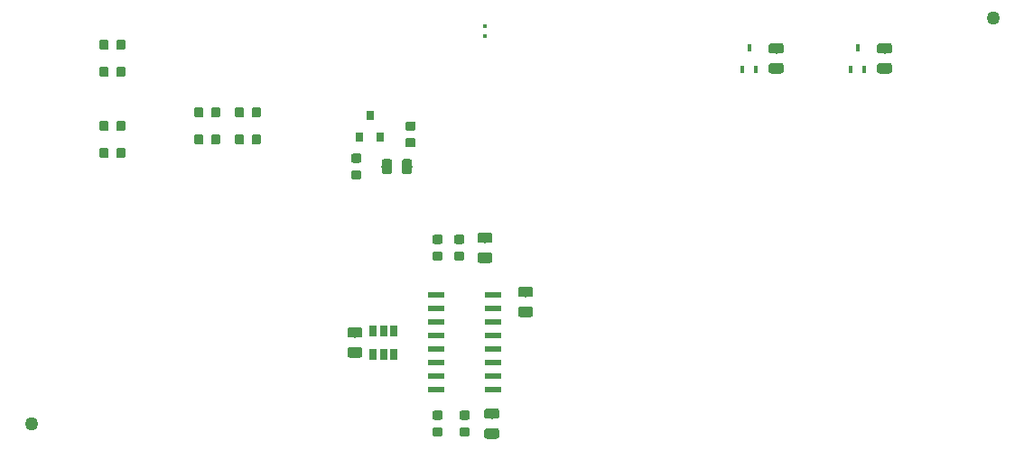
<source format=gbr>
G04 #@! TF.GenerationSoftware,KiCad,Pcbnew,5.0.2-bee76a0~70~ubuntu18.04.1*
G04 #@! TF.CreationDate,2019-06-21T19:34:52-07:00*
G04 #@! TF.ProjectId,aa-stalk-receiver-lvds,61612d73-7461-46c6-9b2d-726563656976,rev?*
G04 #@! TF.SameCoordinates,Original*
G04 #@! TF.FileFunction,Paste,Top*
G04 #@! TF.FilePolarity,Positive*
%FSLAX46Y46*%
G04 Gerber Fmt 4.6, Leading zero omitted, Abs format (unit mm)*
G04 Created by KiCad (PCBNEW 5.0.2-bee76a0~70~ubuntu18.04.1) date Fri 21 Jun 2019 07:34:52 PM PDT*
%MOMM*%
%LPD*%
G01*
G04 APERTURE LIST*
%ADD10C,0.100000*%
%ADD11C,0.975000*%
%ADD12C,0.875000*%
%ADD13R,1.500000X0.600000*%
%ADD14R,0.800000X0.900000*%
%ADD15R,0.650000X1.060000*%
%ADD16R,0.450000X0.700000*%
%ADD17R,0.400000X0.300000*%
%ADD18C,1.275080*%
G04 APERTURE END LIST*
D10*
G04 #@! TO.C,C311*
G36*
X164310142Y-62681174D02*
X164333803Y-62684684D01*
X164357007Y-62690496D01*
X164379529Y-62698554D01*
X164401153Y-62708782D01*
X164421670Y-62721079D01*
X164440883Y-62735329D01*
X164458607Y-62751393D01*
X164474671Y-62769117D01*
X164488921Y-62788330D01*
X164501218Y-62808847D01*
X164511446Y-62830471D01*
X164519504Y-62852993D01*
X164525316Y-62876197D01*
X164528826Y-62899858D01*
X164530000Y-62923750D01*
X164530000Y-63411250D01*
X164528826Y-63435142D01*
X164525316Y-63458803D01*
X164519504Y-63482007D01*
X164511446Y-63504529D01*
X164501218Y-63526153D01*
X164488921Y-63546670D01*
X164474671Y-63565883D01*
X164458607Y-63583607D01*
X164440883Y-63599671D01*
X164421670Y-63613921D01*
X164401153Y-63626218D01*
X164379529Y-63636446D01*
X164357007Y-63644504D01*
X164333803Y-63650316D01*
X164310142Y-63653826D01*
X164286250Y-63655000D01*
X163373750Y-63655000D01*
X163349858Y-63653826D01*
X163326197Y-63650316D01*
X163302993Y-63644504D01*
X163280471Y-63636446D01*
X163258847Y-63626218D01*
X163238330Y-63613921D01*
X163219117Y-63599671D01*
X163201393Y-63583607D01*
X163185329Y-63565883D01*
X163171079Y-63546670D01*
X163158782Y-63526153D01*
X163148554Y-63504529D01*
X163140496Y-63482007D01*
X163134684Y-63458803D01*
X163131174Y-63435142D01*
X163130000Y-63411250D01*
X163130000Y-62923750D01*
X163131174Y-62899858D01*
X163134684Y-62876197D01*
X163140496Y-62852993D01*
X163148554Y-62830471D01*
X163158782Y-62808847D01*
X163171079Y-62788330D01*
X163185329Y-62769117D01*
X163201393Y-62751393D01*
X163219117Y-62735329D01*
X163238330Y-62721079D01*
X163258847Y-62708782D01*
X163280471Y-62698554D01*
X163302993Y-62690496D01*
X163326197Y-62684684D01*
X163349858Y-62681174D01*
X163373750Y-62680000D01*
X164286250Y-62680000D01*
X164310142Y-62681174D01*
X164310142Y-62681174D01*
G37*
D11*
X163830000Y-63167500D03*
D10*
G36*
X164310142Y-60806174D02*
X164333803Y-60809684D01*
X164357007Y-60815496D01*
X164379529Y-60823554D01*
X164401153Y-60833782D01*
X164421670Y-60846079D01*
X164440883Y-60860329D01*
X164458607Y-60876393D01*
X164474671Y-60894117D01*
X164488921Y-60913330D01*
X164501218Y-60933847D01*
X164511446Y-60955471D01*
X164519504Y-60977993D01*
X164525316Y-61001197D01*
X164528826Y-61024858D01*
X164530000Y-61048750D01*
X164530000Y-61536250D01*
X164528826Y-61560142D01*
X164525316Y-61583803D01*
X164519504Y-61607007D01*
X164511446Y-61629529D01*
X164501218Y-61651153D01*
X164488921Y-61671670D01*
X164474671Y-61690883D01*
X164458607Y-61708607D01*
X164440883Y-61724671D01*
X164421670Y-61738921D01*
X164401153Y-61751218D01*
X164379529Y-61761446D01*
X164357007Y-61769504D01*
X164333803Y-61775316D01*
X164310142Y-61778826D01*
X164286250Y-61780000D01*
X163373750Y-61780000D01*
X163349858Y-61778826D01*
X163326197Y-61775316D01*
X163302993Y-61769504D01*
X163280471Y-61761446D01*
X163258847Y-61751218D01*
X163238330Y-61738921D01*
X163219117Y-61724671D01*
X163201393Y-61708607D01*
X163185329Y-61690883D01*
X163171079Y-61671670D01*
X163158782Y-61651153D01*
X163148554Y-61629529D01*
X163140496Y-61607007D01*
X163134684Y-61583803D01*
X163131174Y-61560142D01*
X163130000Y-61536250D01*
X163130000Y-61048750D01*
X163131174Y-61024858D01*
X163134684Y-61001197D01*
X163140496Y-60977993D01*
X163148554Y-60955471D01*
X163158782Y-60933847D01*
X163171079Y-60913330D01*
X163185329Y-60894117D01*
X163201393Y-60876393D01*
X163219117Y-60860329D01*
X163238330Y-60846079D01*
X163258847Y-60833782D01*
X163280471Y-60823554D01*
X163302993Y-60815496D01*
X163326197Y-60809684D01*
X163349858Y-60806174D01*
X163373750Y-60805000D01*
X164286250Y-60805000D01*
X164310142Y-60806174D01*
X164310142Y-60806174D01*
G37*
D11*
X163830000Y-61292500D03*
G04 #@! TD*
D10*
G04 #@! TO.C,C202*
G36*
X137005142Y-80461174D02*
X137028803Y-80464684D01*
X137052007Y-80470496D01*
X137074529Y-80478554D01*
X137096153Y-80488782D01*
X137116670Y-80501079D01*
X137135883Y-80515329D01*
X137153607Y-80531393D01*
X137169671Y-80549117D01*
X137183921Y-80568330D01*
X137196218Y-80588847D01*
X137206446Y-80610471D01*
X137214504Y-80632993D01*
X137220316Y-80656197D01*
X137223826Y-80679858D01*
X137225000Y-80703750D01*
X137225000Y-81191250D01*
X137223826Y-81215142D01*
X137220316Y-81238803D01*
X137214504Y-81262007D01*
X137206446Y-81284529D01*
X137196218Y-81306153D01*
X137183921Y-81326670D01*
X137169671Y-81345883D01*
X137153607Y-81363607D01*
X137135883Y-81379671D01*
X137116670Y-81393921D01*
X137096153Y-81406218D01*
X137074529Y-81416446D01*
X137052007Y-81424504D01*
X137028803Y-81430316D01*
X137005142Y-81433826D01*
X136981250Y-81435000D01*
X136068750Y-81435000D01*
X136044858Y-81433826D01*
X136021197Y-81430316D01*
X135997993Y-81424504D01*
X135975471Y-81416446D01*
X135953847Y-81406218D01*
X135933330Y-81393921D01*
X135914117Y-81379671D01*
X135896393Y-81363607D01*
X135880329Y-81345883D01*
X135866079Y-81326670D01*
X135853782Y-81306153D01*
X135843554Y-81284529D01*
X135835496Y-81262007D01*
X135829684Y-81238803D01*
X135826174Y-81215142D01*
X135825000Y-81191250D01*
X135825000Y-80703750D01*
X135826174Y-80679858D01*
X135829684Y-80656197D01*
X135835496Y-80632993D01*
X135843554Y-80610471D01*
X135853782Y-80588847D01*
X135866079Y-80568330D01*
X135880329Y-80549117D01*
X135896393Y-80531393D01*
X135914117Y-80515329D01*
X135933330Y-80501079D01*
X135953847Y-80488782D01*
X135975471Y-80478554D01*
X135997993Y-80470496D01*
X136021197Y-80464684D01*
X136044858Y-80461174D01*
X136068750Y-80460000D01*
X136981250Y-80460000D01*
X137005142Y-80461174D01*
X137005142Y-80461174D01*
G37*
D11*
X136525000Y-80947500D03*
D10*
G36*
X137005142Y-78586174D02*
X137028803Y-78589684D01*
X137052007Y-78595496D01*
X137074529Y-78603554D01*
X137096153Y-78613782D01*
X137116670Y-78626079D01*
X137135883Y-78640329D01*
X137153607Y-78656393D01*
X137169671Y-78674117D01*
X137183921Y-78693330D01*
X137196218Y-78713847D01*
X137206446Y-78735471D01*
X137214504Y-78757993D01*
X137220316Y-78781197D01*
X137223826Y-78804858D01*
X137225000Y-78828750D01*
X137225000Y-79316250D01*
X137223826Y-79340142D01*
X137220316Y-79363803D01*
X137214504Y-79387007D01*
X137206446Y-79409529D01*
X137196218Y-79431153D01*
X137183921Y-79451670D01*
X137169671Y-79470883D01*
X137153607Y-79488607D01*
X137135883Y-79504671D01*
X137116670Y-79518921D01*
X137096153Y-79531218D01*
X137074529Y-79541446D01*
X137052007Y-79549504D01*
X137028803Y-79555316D01*
X137005142Y-79558826D01*
X136981250Y-79560000D01*
X136068750Y-79560000D01*
X136044858Y-79558826D01*
X136021197Y-79555316D01*
X135997993Y-79549504D01*
X135975471Y-79541446D01*
X135953847Y-79531218D01*
X135933330Y-79518921D01*
X135914117Y-79504671D01*
X135896393Y-79488607D01*
X135880329Y-79470883D01*
X135866079Y-79451670D01*
X135853782Y-79431153D01*
X135843554Y-79409529D01*
X135835496Y-79387007D01*
X135829684Y-79363803D01*
X135826174Y-79340142D01*
X135825000Y-79316250D01*
X135825000Y-78828750D01*
X135826174Y-78804858D01*
X135829684Y-78781197D01*
X135835496Y-78757993D01*
X135843554Y-78735471D01*
X135853782Y-78713847D01*
X135866079Y-78693330D01*
X135880329Y-78674117D01*
X135896393Y-78656393D01*
X135914117Y-78640329D01*
X135933330Y-78626079D01*
X135953847Y-78613782D01*
X135975471Y-78603554D01*
X135997993Y-78595496D01*
X136021197Y-78589684D01*
X136044858Y-78586174D01*
X136068750Y-78585000D01*
X136981250Y-78585000D01*
X137005142Y-78586174D01*
X137005142Y-78586174D01*
G37*
D11*
X136525000Y-79072500D03*
G04 #@! TD*
D10*
G04 #@! TO.C,R201*
G36*
X132357691Y-78786053D02*
X132378926Y-78789203D01*
X132399750Y-78794419D01*
X132419962Y-78801651D01*
X132439368Y-78810830D01*
X132457781Y-78821866D01*
X132475024Y-78834654D01*
X132490930Y-78849070D01*
X132505346Y-78864976D01*
X132518134Y-78882219D01*
X132529170Y-78900632D01*
X132538349Y-78920038D01*
X132545581Y-78940250D01*
X132550797Y-78961074D01*
X132553947Y-78982309D01*
X132555000Y-79003750D01*
X132555000Y-79441250D01*
X132553947Y-79462691D01*
X132550797Y-79483926D01*
X132545581Y-79504750D01*
X132538349Y-79524962D01*
X132529170Y-79544368D01*
X132518134Y-79562781D01*
X132505346Y-79580024D01*
X132490930Y-79595930D01*
X132475024Y-79610346D01*
X132457781Y-79623134D01*
X132439368Y-79634170D01*
X132419962Y-79643349D01*
X132399750Y-79650581D01*
X132378926Y-79655797D01*
X132357691Y-79658947D01*
X132336250Y-79660000D01*
X131823750Y-79660000D01*
X131802309Y-79658947D01*
X131781074Y-79655797D01*
X131760250Y-79650581D01*
X131740038Y-79643349D01*
X131720632Y-79634170D01*
X131702219Y-79623134D01*
X131684976Y-79610346D01*
X131669070Y-79595930D01*
X131654654Y-79580024D01*
X131641866Y-79562781D01*
X131630830Y-79544368D01*
X131621651Y-79524962D01*
X131614419Y-79504750D01*
X131609203Y-79483926D01*
X131606053Y-79462691D01*
X131605000Y-79441250D01*
X131605000Y-79003750D01*
X131606053Y-78982309D01*
X131609203Y-78961074D01*
X131614419Y-78940250D01*
X131621651Y-78920038D01*
X131630830Y-78900632D01*
X131641866Y-78882219D01*
X131654654Y-78864976D01*
X131669070Y-78849070D01*
X131684976Y-78834654D01*
X131702219Y-78821866D01*
X131720632Y-78810830D01*
X131740038Y-78801651D01*
X131760250Y-78794419D01*
X131781074Y-78789203D01*
X131802309Y-78786053D01*
X131823750Y-78785000D01*
X132336250Y-78785000D01*
X132357691Y-78786053D01*
X132357691Y-78786053D01*
G37*
D12*
X132080000Y-79222500D03*
D10*
G36*
X132357691Y-80361053D02*
X132378926Y-80364203D01*
X132399750Y-80369419D01*
X132419962Y-80376651D01*
X132439368Y-80385830D01*
X132457781Y-80396866D01*
X132475024Y-80409654D01*
X132490930Y-80424070D01*
X132505346Y-80439976D01*
X132518134Y-80457219D01*
X132529170Y-80475632D01*
X132538349Y-80495038D01*
X132545581Y-80515250D01*
X132550797Y-80536074D01*
X132553947Y-80557309D01*
X132555000Y-80578750D01*
X132555000Y-81016250D01*
X132553947Y-81037691D01*
X132550797Y-81058926D01*
X132545581Y-81079750D01*
X132538349Y-81099962D01*
X132529170Y-81119368D01*
X132518134Y-81137781D01*
X132505346Y-81155024D01*
X132490930Y-81170930D01*
X132475024Y-81185346D01*
X132457781Y-81198134D01*
X132439368Y-81209170D01*
X132419962Y-81218349D01*
X132399750Y-81225581D01*
X132378926Y-81230797D01*
X132357691Y-81233947D01*
X132336250Y-81235000D01*
X131823750Y-81235000D01*
X131802309Y-81233947D01*
X131781074Y-81230797D01*
X131760250Y-81225581D01*
X131740038Y-81218349D01*
X131720632Y-81209170D01*
X131702219Y-81198134D01*
X131684976Y-81185346D01*
X131669070Y-81170930D01*
X131654654Y-81155024D01*
X131641866Y-81137781D01*
X131630830Y-81119368D01*
X131621651Y-81099962D01*
X131614419Y-81079750D01*
X131609203Y-81058926D01*
X131606053Y-81037691D01*
X131605000Y-81016250D01*
X131605000Y-80578750D01*
X131606053Y-80557309D01*
X131609203Y-80536074D01*
X131614419Y-80515250D01*
X131621651Y-80495038D01*
X131630830Y-80475632D01*
X131641866Y-80457219D01*
X131654654Y-80439976D01*
X131669070Y-80424070D01*
X131684976Y-80409654D01*
X131702219Y-80396866D01*
X131720632Y-80385830D01*
X131740038Y-80376651D01*
X131760250Y-80369419D01*
X131781074Y-80364203D01*
X131802309Y-80361053D01*
X131823750Y-80360000D01*
X132336250Y-80360000D01*
X132357691Y-80361053D01*
X132357691Y-80361053D01*
G37*
D12*
X132080000Y-80797500D03*
G04 #@! TD*
D10*
G04 #@! TO.C,C103*
G36*
X124813142Y-89351174D02*
X124836803Y-89354684D01*
X124860007Y-89360496D01*
X124882529Y-89368554D01*
X124904153Y-89378782D01*
X124924670Y-89391079D01*
X124943883Y-89405329D01*
X124961607Y-89421393D01*
X124977671Y-89439117D01*
X124991921Y-89458330D01*
X125004218Y-89478847D01*
X125014446Y-89500471D01*
X125022504Y-89522993D01*
X125028316Y-89546197D01*
X125031826Y-89569858D01*
X125033000Y-89593750D01*
X125033000Y-90081250D01*
X125031826Y-90105142D01*
X125028316Y-90128803D01*
X125022504Y-90152007D01*
X125014446Y-90174529D01*
X125004218Y-90196153D01*
X124991921Y-90216670D01*
X124977671Y-90235883D01*
X124961607Y-90253607D01*
X124943883Y-90269671D01*
X124924670Y-90283921D01*
X124904153Y-90296218D01*
X124882529Y-90306446D01*
X124860007Y-90314504D01*
X124836803Y-90320316D01*
X124813142Y-90323826D01*
X124789250Y-90325000D01*
X123876750Y-90325000D01*
X123852858Y-90323826D01*
X123829197Y-90320316D01*
X123805993Y-90314504D01*
X123783471Y-90306446D01*
X123761847Y-90296218D01*
X123741330Y-90283921D01*
X123722117Y-90269671D01*
X123704393Y-90253607D01*
X123688329Y-90235883D01*
X123674079Y-90216670D01*
X123661782Y-90196153D01*
X123651554Y-90174529D01*
X123643496Y-90152007D01*
X123637684Y-90128803D01*
X123634174Y-90105142D01*
X123633000Y-90081250D01*
X123633000Y-89593750D01*
X123634174Y-89569858D01*
X123637684Y-89546197D01*
X123643496Y-89522993D01*
X123651554Y-89500471D01*
X123661782Y-89478847D01*
X123674079Y-89458330D01*
X123688329Y-89439117D01*
X123704393Y-89421393D01*
X123722117Y-89405329D01*
X123741330Y-89391079D01*
X123761847Y-89378782D01*
X123783471Y-89368554D01*
X123805993Y-89360496D01*
X123829197Y-89354684D01*
X123852858Y-89351174D01*
X123876750Y-89350000D01*
X124789250Y-89350000D01*
X124813142Y-89351174D01*
X124813142Y-89351174D01*
G37*
D11*
X124333000Y-89837500D03*
D10*
G36*
X124813142Y-87476174D02*
X124836803Y-87479684D01*
X124860007Y-87485496D01*
X124882529Y-87493554D01*
X124904153Y-87503782D01*
X124924670Y-87516079D01*
X124943883Y-87530329D01*
X124961607Y-87546393D01*
X124977671Y-87564117D01*
X124991921Y-87583330D01*
X125004218Y-87603847D01*
X125014446Y-87625471D01*
X125022504Y-87647993D01*
X125028316Y-87671197D01*
X125031826Y-87694858D01*
X125033000Y-87718750D01*
X125033000Y-88206250D01*
X125031826Y-88230142D01*
X125028316Y-88253803D01*
X125022504Y-88277007D01*
X125014446Y-88299529D01*
X125004218Y-88321153D01*
X124991921Y-88341670D01*
X124977671Y-88360883D01*
X124961607Y-88378607D01*
X124943883Y-88394671D01*
X124924670Y-88408921D01*
X124904153Y-88421218D01*
X124882529Y-88431446D01*
X124860007Y-88439504D01*
X124836803Y-88445316D01*
X124813142Y-88448826D01*
X124789250Y-88450000D01*
X123876750Y-88450000D01*
X123852858Y-88448826D01*
X123829197Y-88445316D01*
X123805993Y-88439504D01*
X123783471Y-88431446D01*
X123761847Y-88421218D01*
X123741330Y-88408921D01*
X123722117Y-88394671D01*
X123704393Y-88378607D01*
X123688329Y-88360883D01*
X123674079Y-88341670D01*
X123661782Y-88321153D01*
X123651554Y-88299529D01*
X123643496Y-88277007D01*
X123637684Y-88253803D01*
X123634174Y-88230142D01*
X123633000Y-88206250D01*
X123633000Y-87718750D01*
X123634174Y-87694858D01*
X123637684Y-87671197D01*
X123643496Y-87647993D01*
X123651554Y-87625471D01*
X123661782Y-87603847D01*
X123674079Y-87583330D01*
X123688329Y-87564117D01*
X123704393Y-87546393D01*
X123722117Y-87530329D01*
X123741330Y-87516079D01*
X123761847Y-87503782D01*
X123783471Y-87493554D01*
X123805993Y-87485496D01*
X123829197Y-87479684D01*
X123852858Y-87476174D01*
X123876750Y-87475000D01*
X124789250Y-87475000D01*
X124813142Y-87476174D01*
X124813142Y-87476174D01*
G37*
D11*
X124333000Y-87962500D03*
G04 #@! TD*
D10*
G04 #@! TO.C,C203*
G36*
X137640142Y-95096174D02*
X137663803Y-95099684D01*
X137687007Y-95105496D01*
X137709529Y-95113554D01*
X137731153Y-95123782D01*
X137751670Y-95136079D01*
X137770883Y-95150329D01*
X137788607Y-95166393D01*
X137804671Y-95184117D01*
X137818921Y-95203330D01*
X137831218Y-95223847D01*
X137841446Y-95245471D01*
X137849504Y-95267993D01*
X137855316Y-95291197D01*
X137858826Y-95314858D01*
X137860000Y-95338750D01*
X137860000Y-95826250D01*
X137858826Y-95850142D01*
X137855316Y-95873803D01*
X137849504Y-95897007D01*
X137841446Y-95919529D01*
X137831218Y-95941153D01*
X137818921Y-95961670D01*
X137804671Y-95980883D01*
X137788607Y-95998607D01*
X137770883Y-96014671D01*
X137751670Y-96028921D01*
X137731153Y-96041218D01*
X137709529Y-96051446D01*
X137687007Y-96059504D01*
X137663803Y-96065316D01*
X137640142Y-96068826D01*
X137616250Y-96070000D01*
X136703750Y-96070000D01*
X136679858Y-96068826D01*
X136656197Y-96065316D01*
X136632993Y-96059504D01*
X136610471Y-96051446D01*
X136588847Y-96041218D01*
X136568330Y-96028921D01*
X136549117Y-96014671D01*
X136531393Y-95998607D01*
X136515329Y-95980883D01*
X136501079Y-95961670D01*
X136488782Y-95941153D01*
X136478554Y-95919529D01*
X136470496Y-95897007D01*
X136464684Y-95873803D01*
X136461174Y-95850142D01*
X136460000Y-95826250D01*
X136460000Y-95338750D01*
X136461174Y-95314858D01*
X136464684Y-95291197D01*
X136470496Y-95267993D01*
X136478554Y-95245471D01*
X136488782Y-95223847D01*
X136501079Y-95203330D01*
X136515329Y-95184117D01*
X136531393Y-95166393D01*
X136549117Y-95150329D01*
X136568330Y-95136079D01*
X136588847Y-95123782D01*
X136610471Y-95113554D01*
X136632993Y-95105496D01*
X136656197Y-95099684D01*
X136679858Y-95096174D01*
X136703750Y-95095000D01*
X137616250Y-95095000D01*
X137640142Y-95096174D01*
X137640142Y-95096174D01*
G37*
D11*
X137160000Y-95582500D03*
D10*
G36*
X137640142Y-96971174D02*
X137663803Y-96974684D01*
X137687007Y-96980496D01*
X137709529Y-96988554D01*
X137731153Y-96998782D01*
X137751670Y-97011079D01*
X137770883Y-97025329D01*
X137788607Y-97041393D01*
X137804671Y-97059117D01*
X137818921Y-97078330D01*
X137831218Y-97098847D01*
X137841446Y-97120471D01*
X137849504Y-97142993D01*
X137855316Y-97166197D01*
X137858826Y-97189858D01*
X137860000Y-97213750D01*
X137860000Y-97701250D01*
X137858826Y-97725142D01*
X137855316Y-97748803D01*
X137849504Y-97772007D01*
X137841446Y-97794529D01*
X137831218Y-97816153D01*
X137818921Y-97836670D01*
X137804671Y-97855883D01*
X137788607Y-97873607D01*
X137770883Y-97889671D01*
X137751670Y-97903921D01*
X137731153Y-97916218D01*
X137709529Y-97926446D01*
X137687007Y-97934504D01*
X137663803Y-97940316D01*
X137640142Y-97943826D01*
X137616250Y-97945000D01*
X136703750Y-97945000D01*
X136679858Y-97943826D01*
X136656197Y-97940316D01*
X136632993Y-97934504D01*
X136610471Y-97926446D01*
X136588847Y-97916218D01*
X136568330Y-97903921D01*
X136549117Y-97889671D01*
X136531393Y-97873607D01*
X136515329Y-97855883D01*
X136501079Y-97836670D01*
X136488782Y-97816153D01*
X136478554Y-97794529D01*
X136470496Y-97772007D01*
X136464684Y-97748803D01*
X136461174Y-97725142D01*
X136460000Y-97701250D01*
X136460000Y-97213750D01*
X136461174Y-97189858D01*
X136464684Y-97166197D01*
X136470496Y-97142993D01*
X136478554Y-97120471D01*
X136488782Y-97098847D01*
X136501079Y-97078330D01*
X136515329Y-97059117D01*
X136531393Y-97041393D01*
X136549117Y-97025329D01*
X136568330Y-97011079D01*
X136588847Y-96998782D01*
X136610471Y-96988554D01*
X136632993Y-96980496D01*
X136656197Y-96974684D01*
X136679858Y-96971174D01*
X136703750Y-96970000D01*
X137616250Y-96970000D01*
X137640142Y-96971174D01*
X137640142Y-96971174D01*
G37*
D11*
X137160000Y-97457500D03*
G04 #@! TD*
D10*
G04 #@! TO.C,C204*
G36*
X140815142Y-85541174D02*
X140838803Y-85544684D01*
X140862007Y-85550496D01*
X140884529Y-85558554D01*
X140906153Y-85568782D01*
X140926670Y-85581079D01*
X140945883Y-85595329D01*
X140963607Y-85611393D01*
X140979671Y-85629117D01*
X140993921Y-85648330D01*
X141006218Y-85668847D01*
X141016446Y-85690471D01*
X141024504Y-85712993D01*
X141030316Y-85736197D01*
X141033826Y-85759858D01*
X141035000Y-85783750D01*
X141035000Y-86271250D01*
X141033826Y-86295142D01*
X141030316Y-86318803D01*
X141024504Y-86342007D01*
X141016446Y-86364529D01*
X141006218Y-86386153D01*
X140993921Y-86406670D01*
X140979671Y-86425883D01*
X140963607Y-86443607D01*
X140945883Y-86459671D01*
X140926670Y-86473921D01*
X140906153Y-86486218D01*
X140884529Y-86496446D01*
X140862007Y-86504504D01*
X140838803Y-86510316D01*
X140815142Y-86513826D01*
X140791250Y-86515000D01*
X139878750Y-86515000D01*
X139854858Y-86513826D01*
X139831197Y-86510316D01*
X139807993Y-86504504D01*
X139785471Y-86496446D01*
X139763847Y-86486218D01*
X139743330Y-86473921D01*
X139724117Y-86459671D01*
X139706393Y-86443607D01*
X139690329Y-86425883D01*
X139676079Y-86406670D01*
X139663782Y-86386153D01*
X139653554Y-86364529D01*
X139645496Y-86342007D01*
X139639684Y-86318803D01*
X139636174Y-86295142D01*
X139635000Y-86271250D01*
X139635000Y-85783750D01*
X139636174Y-85759858D01*
X139639684Y-85736197D01*
X139645496Y-85712993D01*
X139653554Y-85690471D01*
X139663782Y-85668847D01*
X139676079Y-85648330D01*
X139690329Y-85629117D01*
X139706393Y-85611393D01*
X139724117Y-85595329D01*
X139743330Y-85581079D01*
X139763847Y-85568782D01*
X139785471Y-85558554D01*
X139807993Y-85550496D01*
X139831197Y-85544684D01*
X139854858Y-85541174D01*
X139878750Y-85540000D01*
X140791250Y-85540000D01*
X140815142Y-85541174D01*
X140815142Y-85541174D01*
G37*
D11*
X140335000Y-86027500D03*
D10*
G36*
X140815142Y-83666174D02*
X140838803Y-83669684D01*
X140862007Y-83675496D01*
X140884529Y-83683554D01*
X140906153Y-83693782D01*
X140926670Y-83706079D01*
X140945883Y-83720329D01*
X140963607Y-83736393D01*
X140979671Y-83754117D01*
X140993921Y-83773330D01*
X141006218Y-83793847D01*
X141016446Y-83815471D01*
X141024504Y-83837993D01*
X141030316Y-83861197D01*
X141033826Y-83884858D01*
X141035000Y-83908750D01*
X141035000Y-84396250D01*
X141033826Y-84420142D01*
X141030316Y-84443803D01*
X141024504Y-84467007D01*
X141016446Y-84489529D01*
X141006218Y-84511153D01*
X140993921Y-84531670D01*
X140979671Y-84550883D01*
X140963607Y-84568607D01*
X140945883Y-84584671D01*
X140926670Y-84598921D01*
X140906153Y-84611218D01*
X140884529Y-84621446D01*
X140862007Y-84629504D01*
X140838803Y-84635316D01*
X140815142Y-84638826D01*
X140791250Y-84640000D01*
X139878750Y-84640000D01*
X139854858Y-84638826D01*
X139831197Y-84635316D01*
X139807993Y-84629504D01*
X139785471Y-84621446D01*
X139763847Y-84611218D01*
X139743330Y-84598921D01*
X139724117Y-84584671D01*
X139706393Y-84568607D01*
X139690329Y-84550883D01*
X139676079Y-84531670D01*
X139663782Y-84511153D01*
X139653554Y-84489529D01*
X139645496Y-84467007D01*
X139639684Y-84443803D01*
X139636174Y-84420142D01*
X139635000Y-84396250D01*
X139635000Y-83908750D01*
X139636174Y-83884858D01*
X139639684Y-83861197D01*
X139645496Y-83837993D01*
X139653554Y-83815471D01*
X139663782Y-83793847D01*
X139676079Y-83773330D01*
X139690329Y-83754117D01*
X139706393Y-83736393D01*
X139724117Y-83720329D01*
X139743330Y-83706079D01*
X139763847Y-83693782D01*
X139785471Y-83683554D01*
X139807993Y-83675496D01*
X139831197Y-83669684D01*
X139854858Y-83666174D01*
X139878750Y-83665000D01*
X140791250Y-83665000D01*
X140815142Y-83666174D01*
X140815142Y-83666174D01*
G37*
D11*
X140335000Y-84152500D03*
G04 #@! TD*
D10*
G04 #@! TO.C,C301*
G36*
X129475142Y-71691174D02*
X129498803Y-71694684D01*
X129522007Y-71700496D01*
X129544529Y-71708554D01*
X129566153Y-71718782D01*
X129586670Y-71731079D01*
X129605883Y-71745329D01*
X129623607Y-71761393D01*
X129639671Y-71779117D01*
X129653921Y-71798330D01*
X129666218Y-71818847D01*
X129676446Y-71840471D01*
X129684504Y-71862993D01*
X129690316Y-71886197D01*
X129693826Y-71909858D01*
X129695000Y-71933750D01*
X129695000Y-72846250D01*
X129693826Y-72870142D01*
X129690316Y-72893803D01*
X129684504Y-72917007D01*
X129676446Y-72939529D01*
X129666218Y-72961153D01*
X129653921Y-72981670D01*
X129639671Y-73000883D01*
X129623607Y-73018607D01*
X129605883Y-73034671D01*
X129586670Y-73048921D01*
X129566153Y-73061218D01*
X129544529Y-73071446D01*
X129522007Y-73079504D01*
X129498803Y-73085316D01*
X129475142Y-73088826D01*
X129451250Y-73090000D01*
X128963750Y-73090000D01*
X128939858Y-73088826D01*
X128916197Y-73085316D01*
X128892993Y-73079504D01*
X128870471Y-73071446D01*
X128848847Y-73061218D01*
X128828330Y-73048921D01*
X128809117Y-73034671D01*
X128791393Y-73018607D01*
X128775329Y-73000883D01*
X128761079Y-72981670D01*
X128748782Y-72961153D01*
X128738554Y-72939529D01*
X128730496Y-72917007D01*
X128724684Y-72893803D01*
X128721174Y-72870142D01*
X128720000Y-72846250D01*
X128720000Y-71933750D01*
X128721174Y-71909858D01*
X128724684Y-71886197D01*
X128730496Y-71862993D01*
X128738554Y-71840471D01*
X128748782Y-71818847D01*
X128761079Y-71798330D01*
X128775329Y-71779117D01*
X128791393Y-71761393D01*
X128809117Y-71745329D01*
X128828330Y-71731079D01*
X128848847Y-71718782D01*
X128870471Y-71708554D01*
X128892993Y-71700496D01*
X128916197Y-71694684D01*
X128939858Y-71691174D01*
X128963750Y-71690000D01*
X129451250Y-71690000D01*
X129475142Y-71691174D01*
X129475142Y-71691174D01*
G37*
D11*
X129207500Y-72390000D03*
D10*
G36*
X127600142Y-71691174D02*
X127623803Y-71694684D01*
X127647007Y-71700496D01*
X127669529Y-71708554D01*
X127691153Y-71718782D01*
X127711670Y-71731079D01*
X127730883Y-71745329D01*
X127748607Y-71761393D01*
X127764671Y-71779117D01*
X127778921Y-71798330D01*
X127791218Y-71818847D01*
X127801446Y-71840471D01*
X127809504Y-71862993D01*
X127815316Y-71886197D01*
X127818826Y-71909858D01*
X127820000Y-71933750D01*
X127820000Y-72846250D01*
X127818826Y-72870142D01*
X127815316Y-72893803D01*
X127809504Y-72917007D01*
X127801446Y-72939529D01*
X127791218Y-72961153D01*
X127778921Y-72981670D01*
X127764671Y-73000883D01*
X127748607Y-73018607D01*
X127730883Y-73034671D01*
X127711670Y-73048921D01*
X127691153Y-73061218D01*
X127669529Y-73071446D01*
X127647007Y-73079504D01*
X127623803Y-73085316D01*
X127600142Y-73088826D01*
X127576250Y-73090000D01*
X127088750Y-73090000D01*
X127064858Y-73088826D01*
X127041197Y-73085316D01*
X127017993Y-73079504D01*
X126995471Y-73071446D01*
X126973847Y-73061218D01*
X126953330Y-73048921D01*
X126934117Y-73034671D01*
X126916393Y-73018607D01*
X126900329Y-73000883D01*
X126886079Y-72981670D01*
X126873782Y-72961153D01*
X126863554Y-72939529D01*
X126855496Y-72917007D01*
X126849684Y-72893803D01*
X126846174Y-72870142D01*
X126845000Y-72846250D01*
X126845000Y-71933750D01*
X126846174Y-71909858D01*
X126849684Y-71886197D01*
X126855496Y-71862993D01*
X126863554Y-71840471D01*
X126873782Y-71818847D01*
X126886079Y-71798330D01*
X126900329Y-71779117D01*
X126916393Y-71761393D01*
X126934117Y-71745329D01*
X126953330Y-71731079D01*
X126973847Y-71718782D01*
X126995471Y-71708554D01*
X127017993Y-71700496D01*
X127041197Y-71694684D01*
X127064858Y-71691174D01*
X127088750Y-71690000D01*
X127576250Y-71690000D01*
X127600142Y-71691174D01*
X127600142Y-71691174D01*
G37*
D11*
X127332500Y-72390000D03*
G04 #@! TD*
D10*
G04 #@! TO.C,C312*
G36*
X174470142Y-60806174D02*
X174493803Y-60809684D01*
X174517007Y-60815496D01*
X174539529Y-60823554D01*
X174561153Y-60833782D01*
X174581670Y-60846079D01*
X174600883Y-60860329D01*
X174618607Y-60876393D01*
X174634671Y-60894117D01*
X174648921Y-60913330D01*
X174661218Y-60933847D01*
X174671446Y-60955471D01*
X174679504Y-60977993D01*
X174685316Y-61001197D01*
X174688826Y-61024858D01*
X174690000Y-61048750D01*
X174690000Y-61536250D01*
X174688826Y-61560142D01*
X174685316Y-61583803D01*
X174679504Y-61607007D01*
X174671446Y-61629529D01*
X174661218Y-61651153D01*
X174648921Y-61671670D01*
X174634671Y-61690883D01*
X174618607Y-61708607D01*
X174600883Y-61724671D01*
X174581670Y-61738921D01*
X174561153Y-61751218D01*
X174539529Y-61761446D01*
X174517007Y-61769504D01*
X174493803Y-61775316D01*
X174470142Y-61778826D01*
X174446250Y-61780000D01*
X173533750Y-61780000D01*
X173509858Y-61778826D01*
X173486197Y-61775316D01*
X173462993Y-61769504D01*
X173440471Y-61761446D01*
X173418847Y-61751218D01*
X173398330Y-61738921D01*
X173379117Y-61724671D01*
X173361393Y-61708607D01*
X173345329Y-61690883D01*
X173331079Y-61671670D01*
X173318782Y-61651153D01*
X173308554Y-61629529D01*
X173300496Y-61607007D01*
X173294684Y-61583803D01*
X173291174Y-61560142D01*
X173290000Y-61536250D01*
X173290000Y-61048750D01*
X173291174Y-61024858D01*
X173294684Y-61001197D01*
X173300496Y-60977993D01*
X173308554Y-60955471D01*
X173318782Y-60933847D01*
X173331079Y-60913330D01*
X173345329Y-60894117D01*
X173361393Y-60876393D01*
X173379117Y-60860329D01*
X173398330Y-60846079D01*
X173418847Y-60833782D01*
X173440471Y-60823554D01*
X173462993Y-60815496D01*
X173486197Y-60809684D01*
X173509858Y-60806174D01*
X173533750Y-60805000D01*
X174446250Y-60805000D01*
X174470142Y-60806174D01*
X174470142Y-60806174D01*
G37*
D11*
X173990000Y-61292500D03*
D10*
G36*
X174470142Y-62681174D02*
X174493803Y-62684684D01*
X174517007Y-62690496D01*
X174539529Y-62698554D01*
X174561153Y-62708782D01*
X174581670Y-62721079D01*
X174600883Y-62735329D01*
X174618607Y-62751393D01*
X174634671Y-62769117D01*
X174648921Y-62788330D01*
X174661218Y-62808847D01*
X174671446Y-62830471D01*
X174679504Y-62852993D01*
X174685316Y-62876197D01*
X174688826Y-62899858D01*
X174690000Y-62923750D01*
X174690000Y-63411250D01*
X174688826Y-63435142D01*
X174685316Y-63458803D01*
X174679504Y-63482007D01*
X174671446Y-63504529D01*
X174661218Y-63526153D01*
X174648921Y-63546670D01*
X174634671Y-63565883D01*
X174618607Y-63583607D01*
X174600883Y-63599671D01*
X174581670Y-63613921D01*
X174561153Y-63626218D01*
X174539529Y-63636446D01*
X174517007Y-63644504D01*
X174493803Y-63650316D01*
X174470142Y-63653826D01*
X174446250Y-63655000D01*
X173533750Y-63655000D01*
X173509858Y-63653826D01*
X173486197Y-63650316D01*
X173462993Y-63644504D01*
X173440471Y-63636446D01*
X173418847Y-63626218D01*
X173398330Y-63613921D01*
X173379117Y-63599671D01*
X173361393Y-63583607D01*
X173345329Y-63565883D01*
X173331079Y-63546670D01*
X173318782Y-63526153D01*
X173308554Y-63504529D01*
X173300496Y-63482007D01*
X173294684Y-63458803D01*
X173291174Y-63435142D01*
X173290000Y-63411250D01*
X173290000Y-62923750D01*
X173291174Y-62899858D01*
X173294684Y-62876197D01*
X173300496Y-62852993D01*
X173308554Y-62830471D01*
X173318782Y-62808847D01*
X173331079Y-62788330D01*
X173345329Y-62769117D01*
X173361393Y-62751393D01*
X173379117Y-62735329D01*
X173398330Y-62721079D01*
X173418847Y-62708782D01*
X173440471Y-62698554D01*
X173462993Y-62690496D01*
X173486197Y-62684684D01*
X173509858Y-62681174D01*
X173533750Y-62680000D01*
X174446250Y-62680000D01*
X174470142Y-62681174D01*
X174470142Y-62681174D01*
G37*
D11*
X173990000Y-63167500D03*
G04 #@! TD*
D10*
G04 #@! TO.C,D151*
G36*
X101052691Y-60486053D02*
X101073926Y-60489203D01*
X101094750Y-60494419D01*
X101114962Y-60501651D01*
X101134368Y-60510830D01*
X101152781Y-60521866D01*
X101170024Y-60534654D01*
X101185930Y-60549070D01*
X101200346Y-60564976D01*
X101213134Y-60582219D01*
X101224170Y-60600632D01*
X101233349Y-60620038D01*
X101240581Y-60640250D01*
X101245797Y-60661074D01*
X101248947Y-60682309D01*
X101250000Y-60703750D01*
X101250000Y-61216250D01*
X101248947Y-61237691D01*
X101245797Y-61258926D01*
X101240581Y-61279750D01*
X101233349Y-61299962D01*
X101224170Y-61319368D01*
X101213134Y-61337781D01*
X101200346Y-61355024D01*
X101185930Y-61370930D01*
X101170024Y-61385346D01*
X101152781Y-61398134D01*
X101134368Y-61409170D01*
X101114962Y-61418349D01*
X101094750Y-61425581D01*
X101073926Y-61430797D01*
X101052691Y-61433947D01*
X101031250Y-61435000D01*
X100593750Y-61435000D01*
X100572309Y-61433947D01*
X100551074Y-61430797D01*
X100530250Y-61425581D01*
X100510038Y-61418349D01*
X100490632Y-61409170D01*
X100472219Y-61398134D01*
X100454976Y-61385346D01*
X100439070Y-61370930D01*
X100424654Y-61355024D01*
X100411866Y-61337781D01*
X100400830Y-61319368D01*
X100391651Y-61299962D01*
X100384419Y-61279750D01*
X100379203Y-61258926D01*
X100376053Y-61237691D01*
X100375000Y-61216250D01*
X100375000Y-60703750D01*
X100376053Y-60682309D01*
X100379203Y-60661074D01*
X100384419Y-60640250D01*
X100391651Y-60620038D01*
X100400830Y-60600632D01*
X100411866Y-60582219D01*
X100424654Y-60564976D01*
X100439070Y-60549070D01*
X100454976Y-60534654D01*
X100472219Y-60521866D01*
X100490632Y-60510830D01*
X100510038Y-60501651D01*
X100530250Y-60494419D01*
X100551074Y-60489203D01*
X100572309Y-60486053D01*
X100593750Y-60485000D01*
X101031250Y-60485000D01*
X101052691Y-60486053D01*
X101052691Y-60486053D01*
G37*
D12*
X100812500Y-60960000D03*
D10*
G36*
X102627691Y-60486053D02*
X102648926Y-60489203D01*
X102669750Y-60494419D01*
X102689962Y-60501651D01*
X102709368Y-60510830D01*
X102727781Y-60521866D01*
X102745024Y-60534654D01*
X102760930Y-60549070D01*
X102775346Y-60564976D01*
X102788134Y-60582219D01*
X102799170Y-60600632D01*
X102808349Y-60620038D01*
X102815581Y-60640250D01*
X102820797Y-60661074D01*
X102823947Y-60682309D01*
X102825000Y-60703750D01*
X102825000Y-61216250D01*
X102823947Y-61237691D01*
X102820797Y-61258926D01*
X102815581Y-61279750D01*
X102808349Y-61299962D01*
X102799170Y-61319368D01*
X102788134Y-61337781D01*
X102775346Y-61355024D01*
X102760930Y-61370930D01*
X102745024Y-61385346D01*
X102727781Y-61398134D01*
X102709368Y-61409170D01*
X102689962Y-61418349D01*
X102669750Y-61425581D01*
X102648926Y-61430797D01*
X102627691Y-61433947D01*
X102606250Y-61435000D01*
X102168750Y-61435000D01*
X102147309Y-61433947D01*
X102126074Y-61430797D01*
X102105250Y-61425581D01*
X102085038Y-61418349D01*
X102065632Y-61409170D01*
X102047219Y-61398134D01*
X102029976Y-61385346D01*
X102014070Y-61370930D01*
X101999654Y-61355024D01*
X101986866Y-61337781D01*
X101975830Y-61319368D01*
X101966651Y-61299962D01*
X101959419Y-61279750D01*
X101954203Y-61258926D01*
X101951053Y-61237691D01*
X101950000Y-61216250D01*
X101950000Y-60703750D01*
X101951053Y-60682309D01*
X101954203Y-60661074D01*
X101959419Y-60640250D01*
X101966651Y-60620038D01*
X101975830Y-60600632D01*
X101986866Y-60582219D01*
X101999654Y-60564976D01*
X102014070Y-60549070D01*
X102029976Y-60534654D01*
X102047219Y-60521866D01*
X102065632Y-60510830D01*
X102085038Y-60501651D01*
X102105250Y-60494419D01*
X102126074Y-60489203D01*
X102147309Y-60486053D01*
X102168750Y-60485000D01*
X102606250Y-60485000D01*
X102627691Y-60486053D01*
X102627691Y-60486053D01*
G37*
D12*
X102387500Y-60960000D03*
G04 #@! TD*
D10*
G04 #@! TO.C,D152*
G36*
X102627691Y-70646053D02*
X102648926Y-70649203D01*
X102669750Y-70654419D01*
X102689962Y-70661651D01*
X102709368Y-70670830D01*
X102727781Y-70681866D01*
X102745024Y-70694654D01*
X102760930Y-70709070D01*
X102775346Y-70724976D01*
X102788134Y-70742219D01*
X102799170Y-70760632D01*
X102808349Y-70780038D01*
X102815581Y-70800250D01*
X102820797Y-70821074D01*
X102823947Y-70842309D01*
X102825000Y-70863750D01*
X102825000Y-71376250D01*
X102823947Y-71397691D01*
X102820797Y-71418926D01*
X102815581Y-71439750D01*
X102808349Y-71459962D01*
X102799170Y-71479368D01*
X102788134Y-71497781D01*
X102775346Y-71515024D01*
X102760930Y-71530930D01*
X102745024Y-71545346D01*
X102727781Y-71558134D01*
X102709368Y-71569170D01*
X102689962Y-71578349D01*
X102669750Y-71585581D01*
X102648926Y-71590797D01*
X102627691Y-71593947D01*
X102606250Y-71595000D01*
X102168750Y-71595000D01*
X102147309Y-71593947D01*
X102126074Y-71590797D01*
X102105250Y-71585581D01*
X102085038Y-71578349D01*
X102065632Y-71569170D01*
X102047219Y-71558134D01*
X102029976Y-71545346D01*
X102014070Y-71530930D01*
X101999654Y-71515024D01*
X101986866Y-71497781D01*
X101975830Y-71479368D01*
X101966651Y-71459962D01*
X101959419Y-71439750D01*
X101954203Y-71418926D01*
X101951053Y-71397691D01*
X101950000Y-71376250D01*
X101950000Y-70863750D01*
X101951053Y-70842309D01*
X101954203Y-70821074D01*
X101959419Y-70800250D01*
X101966651Y-70780038D01*
X101975830Y-70760632D01*
X101986866Y-70742219D01*
X101999654Y-70724976D01*
X102014070Y-70709070D01*
X102029976Y-70694654D01*
X102047219Y-70681866D01*
X102065632Y-70670830D01*
X102085038Y-70661651D01*
X102105250Y-70654419D01*
X102126074Y-70649203D01*
X102147309Y-70646053D01*
X102168750Y-70645000D01*
X102606250Y-70645000D01*
X102627691Y-70646053D01*
X102627691Y-70646053D01*
G37*
D12*
X102387500Y-71120000D03*
D10*
G36*
X101052691Y-70646053D02*
X101073926Y-70649203D01*
X101094750Y-70654419D01*
X101114962Y-70661651D01*
X101134368Y-70670830D01*
X101152781Y-70681866D01*
X101170024Y-70694654D01*
X101185930Y-70709070D01*
X101200346Y-70724976D01*
X101213134Y-70742219D01*
X101224170Y-70760632D01*
X101233349Y-70780038D01*
X101240581Y-70800250D01*
X101245797Y-70821074D01*
X101248947Y-70842309D01*
X101250000Y-70863750D01*
X101250000Y-71376250D01*
X101248947Y-71397691D01*
X101245797Y-71418926D01*
X101240581Y-71439750D01*
X101233349Y-71459962D01*
X101224170Y-71479368D01*
X101213134Y-71497781D01*
X101200346Y-71515024D01*
X101185930Y-71530930D01*
X101170024Y-71545346D01*
X101152781Y-71558134D01*
X101134368Y-71569170D01*
X101114962Y-71578349D01*
X101094750Y-71585581D01*
X101073926Y-71590797D01*
X101052691Y-71593947D01*
X101031250Y-71595000D01*
X100593750Y-71595000D01*
X100572309Y-71593947D01*
X100551074Y-71590797D01*
X100530250Y-71585581D01*
X100510038Y-71578349D01*
X100490632Y-71569170D01*
X100472219Y-71558134D01*
X100454976Y-71545346D01*
X100439070Y-71530930D01*
X100424654Y-71515024D01*
X100411866Y-71497781D01*
X100400830Y-71479368D01*
X100391651Y-71459962D01*
X100384419Y-71439750D01*
X100379203Y-71418926D01*
X100376053Y-71397691D01*
X100375000Y-71376250D01*
X100375000Y-70863750D01*
X100376053Y-70842309D01*
X100379203Y-70821074D01*
X100384419Y-70800250D01*
X100391651Y-70780038D01*
X100400830Y-70760632D01*
X100411866Y-70742219D01*
X100424654Y-70724976D01*
X100439070Y-70709070D01*
X100454976Y-70694654D01*
X100472219Y-70681866D01*
X100490632Y-70670830D01*
X100510038Y-70661651D01*
X100530250Y-70654419D01*
X100551074Y-70649203D01*
X100572309Y-70646053D01*
X100593750Y-70645000D01*
X101031250Y-70645000D01*
X101052691Y-70646053D01*
X101052691Y-70646053D01*
G37*
D12*
X100812500Y-71120000D03*
G04 #@! TD*
D10*
G04 #@! TO.C,D352*
G36*
X115327691Y-66836053D02*
X115348926Y-66839203D01*
X115369750Y-66844419D01*
X115389962Y-66851651D01*
X115409368Y-66860830D01*
X115427781Y-66871866D01*
X115445024Y-66884654D01*
X115460930Y-66899070D01*
X115475346Y-66914976D01*
X115488134Y-66932219D01*
X115499170Y-66950632D01*
X115508349Y-66970038D01*
X115515581Y-66990250D01*
X115520797Y-67011074D01*
X115523947Y-67032309D01*
X115525000Y-67053750D01*
X115525000Y-67566250D01*
X115523947Y-67587691D01*
X115520797Y-67608926D01*
X115515581Y-67629750D01*
X115508349Y-67649962D01*
X115499170Y-67669368D01*
X115488134Y-67687781D01*
X115475346Y-67705024D01*
X115460930Y-67720930D01*
X115445024Y-67735346D01*
X115427781Y-67748134D01*
X115409368Y-67759170D01*
X115389962Y-67768349D01*
X115369750Y-67775581D01*
X115348926Y-67780797D01*
X115327691Y-67783947D01*
X115306250Y-67785000D01*
X114868750Y-67785000D01*
X114847309Y-67783947D01*
X114826074Y-67780797D01*
X114805250Y-67775581D01*
X114785038Y-67768349D01*
X114765632Y-67759170D01*
X114747219Y-67748134D01*
X114729976Y-67735346D01*
X114714070Y-67720930D01*
X114699654Y-67705024D01*
X114686866Y-67687781D01*
X114675830Y-67669368D01*
X114666651Y-67649962D01*
X114659419Y-67629750D01*
X114654203Y-67608926D01*
X114651053Y-67587691D01*
X114650000Y-67566250D01*
X114650000Y-67053750D01*
X114651053Y-67032309D01*
X114654203Y-67011074D01*
X114659419Y-66990250D01*
X114666651Y-66970038D01*
X114675830Y-66950632D01*
X114686866Y-66932219D01*
X114699654Y-66914976D01*
X114714070Y-66899070D01*
X114729976Y-66884654D01*
X114747219Y-66871866D01*
X114765632Y-66860830D01*
X114785038Y-66851651D01*
X114805250Y-66844419D01*
X114826074Y-66839203D01*
X114847309Y-66836053D01*
X114868750Y-66835000D01*
X115306250Y-66835000D01*
X115327691Y-66836053D01*
X115327691Y-66836053D01*
G37*
D12*
X115087500Y-67310000D03*
D10*
G36*
X113752691Y-66836053D02*
X113773926Y-66839203D01*
X113794750Y-66844419D01*
X113814962Y-66851651D01*
X113834368Y-66860830D01*
X113852781Y-66871866D01*
X113870024Y-66884654D01*
X113885930Y-66899070D01*
X113900346Y-66914976D01*
X113913134Y-66932219D01*
X113924170Y-66950632D01*
X113933349Y-66970038D01*
X113940581Y-66990250D01*
X113945797Y-67011074D01*
X113948947Y-67032309D01*
X113950000Y-67053750D01*
X113950000Y-67566250D01*
X113948947Y-67587691D01*
X113945797Y-67608926D01*
X113940581Y-67629750D01*
X113933349Y-67649962D01*
X113924170Y-67669368D01*
X113913134Y-67687781D01*
X113900346Y-67705024D01*
X113885930Y-67720930D01*
X113870024Y-67735346D01*
X113852781Y-67748134D01*
X113834368Y-67759170D01*
X113814962Y-67768349D01*
X113794750Y-67775581D01*
X113773926Y-67780797D01*
X113752691Y-67783947D01*
X113731250Y-67785000D01*
X113293750Y-67785000D01*
X113272309Y-67783947D01*
X113251074Y-67780797D01*
X113230250Y-67775581D01*
X113210038Y-67768349D01*
X113190632Y-67759170D01*
X113172219Y-67748134D01*
X113154976Y-67735346D01*
X113139070Y-67720930D01*
X113124654Y-67705024D01*
X113111866Y-67687781D01*
X113100830Y-67669368D01*
X113091651Y-67649962D01*
X113084419Y-67629750D01*
X113079203Y-67608926D01*
X113076053Y-67587691D01*
X113075000Y-67566250D01*
X113075000Y-67053750D01*
X113076053Y-67032309D01*
X113079203Y-67011074D01*
X113084419Y-66990250D01*
X113091651Y-66970038D01*
X113100830Y-66950632D01*
X113111866Y-66932219D01*
X113124654Y-66914976D01*
X113139070Y-66899070D01*
X113154976Y-66884654D01*
X113172219Y-66871866D01*
X113190632Y-66860830D01*
X113210038Y-66851651D01*
X113230250Y-66844419D01*
X113251074Y-66839203D01*
X113272309Y-66836053D01*
X113293750Y-66835000D01*
X113731250Y-66835000D01*
X113752691Y-66836053D01*
X113752691Y-66836053D01*
G37*
D12*
X113512500Y-67310000D03*
G04 #@! TD*
D10*
G04 #@! TO.C,D351*
G36*
X115327691Y-69376053D02*
X115348926Y-69379203D01*
X115369750Y-69384419D01*
X115389962Y-69391651D01*
X115409368Y-69400830D01*
X115427781Y-69411866D01*
X115445024Y-69424654D01*
X115460930Y-69439070D01*
X115475346Y-69454976D01*
X115488134Y-69472219D01*
X115499170Y-69490632D01*
X115508349Y-69510038D01*
X115515581Y-69530250D01*
X115520797Y-69551074D01*
X115523947Y-69572309D01*
X115525000Y-69593750D01*
X115525000Y-70106250D01*
X115523947Y-70127691D01*
X115520797Y-70148926D01*
X115515581Y-70169750D01*
X115508349Y-70189962D01*
X115499170Y-70209368D01*
X115488134Y-70227781D01*
X115475346Y-70245024D01*
X115460930Y-70260930D01*
X115445024Y-70275346D01*
X115427781Y-70288134D01*
X115409368Y-70299170D01*
X115389962Y-70308349D01*
X115369750Y-70315581D01*
X115348926Y-70320797D01*
X115327691Y-70323947D01*
X115306250Y-70325000D01*
X114868750Y-70325000D01*
X114847309Y-70323947D01*
X114826074Y-70320797D01*
X114805250Y-70315581D01*
X114785038Y-70308349D01*
X114765632Y-70299170D01*
X114747219Y-70288134D01*
X114729976Y-70275346D01*
X114714070Y-70260930D01*
X114699654Y-70245024D01*
X114686866Y-70227781D01*
X114675830Y-70209368D01*
X114666651Y-70189962D01*
X114659419Y-70169750D01*
X114654203Y-70148926D01*
X114651053Y-70127691D01*
X114650000Y-70106250D01*
X114650000Y-69593750D01*
X114651053Y-69572309D01*
X114654203Y-69551074D01*
X114659419Y-69530250D01*
X114666651Y-69510038D01*
X114675830Y-69490632D01*
X114686866Y-69472219D01*
X114699654Y-69454976D01*
X114714070Y-69439070D01*
X114729976Y-69424654D01*
X114747219Y-69411866D01*
X114765632Y-69400830D01*
X114785038Y-69391651D01*
X114805250Y-69384419D01*
X114826074Y-69379203D01*
X114847309Y-69376053D01*
X114868750Y-69375000D01*
X115306250Y-69375000D01*
X115327691Y-69376053D01*
X115327691Y-69376053D01*
G37*
D12*
X115087500Y-69850000D03*
D10*
G36*
X113752691Y-69376053D02*
X113773926Y-69379203D01*
X113794750Y-69384419D01*
X113814962Y-69391651D01*
X113834368Y-69400830D01*
X113852781Y-69411866D01*
X113870024Y-69424654D01*
X113885930Y-69439070D01*
X113900346Y-69454976D01*
X113913134Y-69472219D01*
X113924170Y-69490632D01*
X113933349Y-69510038D01*
X113940581Y-69530250D01*
X113945797Y-69551074D01*
X113948947Y-69572309D01*
X113950000Y-69593750D01*
X113950000Y-70106250D01*
X113948947Y-70127691D01*
X113945797Y-70148926D01*
X113940581Y-70169750D01*
X113933349Y-70189962D01*
X113924170Y-70209368D01*
X113913134Y-70227781D01*
X113900346Y-70245024D01*
X113885930Y-70260930D01*
X113870024Y-70275346D01*
X113852781Y-70288134D01*
X113834368Y-70299170D01*
X113814962Y-70308349D01*
X113794750Y-70315581D01*
X113773926Y-70320797D01*
X113752691Y-70323947D01*
X113731250Y-70325000D01*
X113293750Y-70325000D01*
X113272309Y-70323947D01*
X113251074Y-70320797D01*
X113230250Y-70315581D01*
X113210038Y-70308349D01*
X113190632Y-70299170D01*
X113172219Y-70288134D01*
X113154976Y-70275346D01*
X113139070Y-70260930D01*
X113124654Y-70245024D01*
X113111866Y-70227781D01*
X113100830Y-70209368D01*
X113091651Y-70189962D01*
X113084419Y-70169750D01*
X113079203Y-70148926D01*
X113076053Y-70127691D01*
X113075000Y-70106250D01*
X113075000Y-69593750D01*
X113076053Y-69572309D01*
X113079203Y-69551074D01*
X113084419Y-69530250D01*
X113091651Y-69510038D01*
X113100830Y-69490632D01*
X113111866Y-69472219D01*
X113124654Y-69454976D01*
X113139070Y-69439070D01*
X113154976Y-69424654D01*
X113172219Y-69411866D01*
X113190632Y-69400830D01*
X113210038Y-69391651D01*
X113230250Y-69384419D01*
X113251074Y-69379203D01*
X113272309Y-69376053D01*
X113293750Y-69375000D01*
X113731250Y-69375000D01*
X113752691Y-69376053D01*
X113752691Y-69376053D01*
G37*
D12*
X113512500Y-69850000D03*
G04 #@! TD*
D13*
G04 #@! TO.C,U201*
X131920000Y-84455000D03*
X131920000Y-85725000D03*
X131920000Y-86995000D03*
X131920000Y-88265000D03*
X131920000Y-89535000D03*
X131920000Y-90805000D03*
X131920000Y-92075000D03*
X131920000Y-93345000D03*
X137320000Y-93345000D03*
X137320000Y-92075000D03*
X137320000Y-90805000D03*
X137320000Y-89535000D03*
X137320000Y-88265000D03*
X137320000Y-86995000D03*
X137320000Y-85725000D03*
X137320000Y-84455000D03*
G04 #@! TD*
D14*
G04 #@! TO.C,Q301*
X124780000Y-69580000D03*
X126680000Y-69580000D03*
X125730000Y-67580000D03*
G04 #@! TD*
D15*
G04 #@! TO.C,D102*
X126050000Y-90000000D03*
X127000000Y-90000000D03*
X127950000Y-90000000D03*
X127950000Y-87800000D03*
X126050000Y-87800000D03*
X127000000Y-87800000D03*
G04 #@! TD*
D16*
G04 #@! TO.C,Q311*
X161290000Y-61230000D03*
X161940000Y-63230000D03*
X160640000Y-63230000D03*
G04 #@! TD*
G04 #@! TO.C,Q312*
X170800000Y-63230000D03*
X172100000Y-63230000D03*
X171450000Y-61230000D03*
G04 #@! TD*
D10*
G04 #@! TO.C,R204*
G36*
X132357691Y-96871053D02*
X132378926Y-96874203D01*
X132399750Y-96879419D01*
X132419962Y-96886651D01*
X132439368Y-96895830D01*
X132457781Y-96906866D01*
X132475024Y-96919654D01*
X132490930Y-96934070D01*
X132505346Y-96949976D01*
X132518134Y-96967219D01*
X132529170Y-96985632D01*
X132538349Y-97005038D01*
X132545581Y-97025250D01*
X132550797Y-97046074D01*
X132553947Y-97067309D01*
X132555000Y-97088750D01*
X132555000Y-97526250D01*
X132553947Y-97547691D01*
X132550797Y-97568926D01*
X132545581Y-97589750D01*
X132538349Y-97609962D01*
X132529170Y-97629368D01*
X132518134Y-97647781D01*
X132505346Y-97665024D01*
X132490930Y-97680930D01*
X132475024Y-97695346D01*
X132457781Y-97708134D01*
X132439368Y-97719170D01*
X132419962Y-97728349D01*
X132399750Y-97735581D01*
X132378926Y-97740797D01*
X132357691Y-97743947D01*
X132336250Y-97745000D01*
X131823750Y-97745000D01*
X131802309Y-97743947D01*
X131781074Y-97740797D01*
X131760250Y-97735581D01*
X131740038Y-97728349D01*
X131720632Y-97719170D01*
X131702219Y-97708134D01*
X131684976Y-97695346D01*
X131669070Y-97680930D01*
X131654654Y-97665024D01*
X131641866Y-97647781D01*
X131630830Y-97629368D01*
X131621651Y-97609962D01*
X131614419Y-97589750D01*
X131609203Y-97568926D01*
X131606053Y-97547691D01*
X131605000Y-97526250D01*
X131605000Y-97088750D01*
X131606053Y-97067309D01*
X131609203Y-97046074D01*
X131614419Y-97025250D01*
X131621651Y-97005038D01*
X131630830Y-96985632D01*
X131641866Y-96967219D01*
X131654654Y-96949976D01*
X131669070Y-96934070D01*
X131684976Y-96919654D01*
X131702219Y-96906866D01*
X131720632Y-96895830D01*
X131740038Y-96886651D01*
X131760250Y-96879419D01*
X131781074Y-96874203D01*
X131802309Y-96871053D01*
X131823750Y-96870000D01*
X132336250Y-96870000D01*
X132357691Y-96871053D01*
X132357691Y-96871053D01*
G37*
D12*
X132080000Y-97307500D03*
D10*
G36*
X132357691Y-95296053D02*
X132378926Y-95299203D01*
X132399750Y-95304419D01*
X132419962Y-95311651D01*
X132439368Y-95320830D01*
X132457781Y-95331866D01*
X132475024Y-95344654D01*
X132490930Y-95359070D01*
X132505346Y-95374976D01*
X132518134Y-95392219D01*
X132529170Y-95410632D01*
X132538349Y-95430038D01*
X132545581Y-95450250D01*
X132550797Y-95471074D01*
X132553947Y-95492309D01*
X132555000Y-95513750D01*
X132555000Y-95951250D01*
X132553947Y-95972691D01*
X132550797Y-95993926D01*
X132545581Y-96014750D01*
X132538349Y-96034962D01*
X132529170Y-96054368D01*
X132518134Y-96072781D01*
X132505346Y-96090024D01*
X132490930Y-96105930D01*
X132475024Y-96120346D01*
X132457781Y-96133134D01*
X132439368Y-96144170D01*
X132419962Y-96153349D01*
X132399750Y-96160581D01*
X132378926Y-96165797D01*
X132357691Y-96168947D01*
X132336250Y-96170000D01*
X131823750Y-96170000D01*
X131802309Y-96168947D01*
X131781074Y-96165797D01*
X131760250Y-96160581D01*
X131740038Y-96153349D01*
X131720632Y-96144170D01*
X131702219Y-96133134D01*
X131684976Y-96120346D01*
X131669070Y-96105930D01*
X131654654Y-96090024D01*
X131641866Y-96072781D01*
X131630830Y-96054368D01*
X131621651Y-96034962D01*
X131614419Y-96014750D01*
X131609203Y-95993926D01*
X131606053Y-95972691D01*
X131605000Y-95951250D01*
X131605000Y-95513750D01*
X131606053Y-95492309D01*
X131609203Y-95471074D01*
X131614419Y-95450250D01*
X131621651Y-95430038D01*
X131630830Y-95410632D01*
X131641866Y-95392219D01*
X131654654Y-95374976D01*
X131669070Y-95359070D01*
X131684976Y-95344654D01*
X131702219Y-95331866D01*
X131720632Y-95320830D01*
X131740038Y-95311651D01*
X131760250Y-95304419D01*
X131781074Y-95299203D01*
X131802309Y-95296053D01*
X131823750Y-95295000D01*
X132336250Y-95295000D01*
X132357691Y-95296053D01*
X132357691Y-95296053D01*
G37*
D12*
X132080000Y-95732500D03*
G04 #@! TD*
D10*
G04 #@! TO.C,R301*
G36*
X124737691Y-72741053D02*
X124758926Y-72744203D01*
X124779750Y-72749419D01*
X124799962Y-72756651D01*
X124819368Y-72765830D01*
X124837781Y-72776866D01*
X124855024Y-72789654D01*
X124870930Y-72804070D01*
X124885346Y-72819976D01*
X124898134Y-72837219D01*
X124909170Y-72855632D01*
X124918349Y-72875038D01*
X124925581Y-72895250D01*
X124930797Y-72916074D01*
X124933947Y-72937309D01*
X124935000Y-72958750D01*
X124935000Y-73396250D01*
X124933947Y-73417691D01*
X124930797Y-73438926D01*
X124925581Y-73459750D01*
X124918349Y-73479962D01*
X124909170Y-73499368D01*
X124898134Y-73517781D01*
X124885346Y-73535024D01*
X124870930Y-73550930D01*
X124855024Y-73565346D01*
X124837781Y-73578134D01*
X124819368Y-73589170D01*
X124799962Y-73598349D01*
X124779750Y-73605581D01*
X124758926Y-73610797D01*
X124737691Y-73613947D01*
X124716250Y-73615000D01*
X124203750Y-73615000D01*
X124182309Y-73613947D01*
X124161074Y-73610797D01*
X124140250Y-73605581D01*
X124120038Y-73598349D01*
X124100632Y-73589170D01*
X124082219Y-73578134D01*
X124064976Y-73565346D01*
X124049070Y-73550930D01*
X124034654Y-73535024D01*
X124021866Y-73517781D01*
X124010830Y-73499368D01*
X124001651Y-73479962D01*
X123994419Y-73459750D01*
X123989203Y-73438926D01*
X123986053Y-73417691D01*
X123985000Y-73396250D01*
X123985000Y-72958750D01*
X123986053Y-72937309D01*
X123989203Y-72916074D01*
X123994419Y-72895250D01*
X124001651Y-72875038D01*
X124010830Y-72855632D01*
X124021866Y-72837219D01*
X124034654Y-72819976D01*
X124049070Y-72804070D01*
X124064976Y-72789654D01*
X124082219Y-72776866D01*
X124100632Y-72765830D01*
X124120038Y-72756651D01*
X124140250Y-72749419D01*
X124161074Y-72744203D01*
X124182309Y-72741053D01*
X124203750Y-72740000D01*
X124716250Y-72740000D01*
X124737691Y-72741053D01*
X124737691Y-72741053D01*
G37*
D12*
X124460000Y-73177500D03*
D10*
G36*
X124737691Y-71166053D02*
X124758926Y-71169203D01*
X124779750Y-71174419D01*
X124799962Y-71181651D01*
X124819368Y-71190830D01*
X124837781Y-71201866D01*
X124855024Y-71214654D01*
X124870930Y-71229070D01*
X124885346Y-71244976D01*
X124898134Y-71262219D01*
X124909170Y-71280632D01*
X124918349Y-71300038D01*
X124925581Y-71320250D01*
X124930797Y-71341074D01*
X124933947Y-71362309D01*
X124935000Y-71383750D01*
X124935000Y-71821250D01*
X124933947Y-71842691D01*
X124930797Y-71863926D01*
X124925581Y-71884750D01*
X124918349Y-71904962D01*
X124909170Y-71924368D01*
X124898134Y-71942781D01*
X124885346Y-71960024D01*
X124870930Y-71975930D01*
X124855024Y-71990346D01*
X124837781Y-72003134D01*
X124819368Y-72014170D01*
X124799962Y-72023349D01*
X124779750Y-72030581D01*
X124758926Y-72035797D01*
X124737691Y-72038947D01*
X124716250Y-72040000D01*
X124203750Y-72040000D01*
X124182309Y-72038947D01*
X124161074Y-72035797D01*
X124140250Y-72030581D01*
X124120038Y-72023349D01*
X124100632Y-72014170D01*
X124082219Y-72003134D01*
X124064976Y-71990346D01*
X124049070Y-71975930D01*
X124034654Y-71960024D01*
X124021866Y-71942781D01*
X124010830Y-71924368D01*
X124001651Y-71904962D01*
X123994419Y-71884750D01*
X123989203Y-71863926D01*
X123986053Y-71842691D01*
X123985000Y-71821250D01*
X123985000Y-71383750D01*
X123986053Y-71362309D01*
X123989203Y-71341074D01*
X123994419Y-71320250D01*
X124001651Y-71300038D01*
X124010830Y-71280632D01*
X124021866Y-71262219D01*
X124034654Y-71244976D01*
X124049070Y-71229070D01*
X124064976Y-71214654D01*
X124082219Y-71201866D01*
X124100632Y-71190830D01*
X124120038Y-71181651D01*
X124140250Y-71174419D01*
X124161074Y-71169203D01*
X124182309Y-71166053D01*
X124203750Y-71165000D01*
X124716250Y-71165000D01*
X124737691Y-71166053D01*
X124737691Y-71166053D01*
G37*
D12*
X124460000Y-71602500D03*
G04 #@! TD*
D10*
G04 #@! TO.C,R202*
G36*
X134389691Y-80361053D02*
X134410926Y-80364203D01*
X134431750Y-80369419D01*
X134451962Y-80376651D01*
X134471368Y-80385830D01*
X134489781Y-80396866D01*
X134507024Y-80409654D01*
X134522930Y-80424070D01*
X134537346Y-80439976D01*
X134550134Y-80457219D01*
X134561170Y-80475632D01*
X134570349Y-80495038D01*
X134577581Y-80515250D01*
X134582797Y-80536074D01*
X134585947Y-80557309D01*
X134587000Y-80578750D01*
X134587000Y-81016250D01*
X134585947Y-81037691D01*
X134582797Y-81058926D01*
X134577581Y-81079750D01*
X134570349Y-81099962D01*
X134561170Y-81119368D01*
X134550134Y-81137781D01*
X134537346Y-81155024D01*
X134522930Y-81170930D01*
X134507024Y-81185346D01*
X134489781Y-81198134D01*
X134471368Y-81209170D01*
X134451962Y-81218349D01*
X134431750Y-81225581D01*
X134410926Y-81230797D01*
X134389691Y-81233947D01*
X134368250Y-81235000D01*
X133855750Y-81235000D01*
X133834309Y-81233947D01*
X133813074Y-81230797D01*
X133792250Y-81225581D01*
X133772038Y-81218349D01*
X133752632Y-81209170D01*
X133734219Y-81198134D01*
X133716976Y-81185346D01*
X133701070Y-81170930D01*
X133686654Y-81155024D01*
X133673866Y-81137781D01*
X133662830Y-81119368D01*
X133653651Y-81099962D01*
X133646419Y-81079750D01*
X133641203Y-81058926D01*
X133638053Y-81037691D01*
X133637000Y-81016250D01*
X133637000Y-80578750D01*
X133638053Y-80557309D01*
X133641203Y-80536074D01*
X133646419Y-80515250D01*
X133653651Y-80495038D01*
X133662830Y-80475632D01*
X133673866Y-80457219D01*
X133686654Y-80439976D01*
X133701070Y-80424070D01*
X133716976Y-80409654D01*
X133734219Y-80396866D01*
X133752632Y-80385830D01*
X133772038Y-80376651D01*
X133792250Y-80369419D01*
X133813074Y-80364203D01*
X133834309Y-80361053D01*
X133855750Y-80360000D01*
X134368250Y-80360000D01*
X134389691Y-80361053D01*
X134389691Y-80361053D01*
G37*
D12*
X134112000Y-80797500D03*
D10*
G36*
X134389691Y-78786053D02*
X134410926Y-78789203D01*
X134431750Y-78794419D01*
X134451962Y-78801651D01*
X134471368Y-78810830D01*
X134489781Y-78821866D01*
X134507024Y-78834654D01*
X134522930Y-78849070D01*
X134537346Y-78864976D01*
X134550134Y-78882219D01*
X134561170Y-78900632D01*
X134570349Y-78920038D01*
X134577581Y-78940250D01*
X134582797Y-78961074D01*
X134585947Y-78982309D01*
X134587000Y-79003750D01*
X134587000Y-79441250D01*
X134585947Y-79462691D01*
X134582797Y-79483926D01*
X134577581Y-79504750D01*
X134570349Y-79524962D01*
X134561170Y-79544368D01*
X134550134Y-79562781D01*
X134537346Y-79580024D01*
X134522930Y-79595930D01*
X134507024Y-79610346D01*
X134489781Y-79623134D01*
X134471368Y-79634170D01*
X134451962Y-79643349D01*
X134431750Y-79650581D01*
X134410926Y-79655797D01*
X134389691Y-79658947D01*
X134368250Y-79660000D01*
X133855750Y-79660000D01*
X133834309Y-79658947D01*
X133813074Y-79655797D01*
X133792250Y-79650581D01*
X133772038Y-79643349D01*
X133752632Y-79634170D01*
X133734219Y-79623134D01*
X133716976Y-79610346D01*
X133701070Y-79595930D01*
X133686654Y-79580024D01*
X133673866Y-79562781D01*
X133662830Y-79544368D01*
X133653651Y-79524962D01*
X133646419Y-79504750D01*
X133641203Y-79483926D01*
X133638053Y-79462691D01*
X133637000Y-79441250D01*
X133637000Y-79003750D01*
X133638053Y-78982309D01*
X133641203Y-78961074D01*
X133646419Y-78940250D01*
X133653651Y-78920038D01*
X133662830Y-78900632D01*
X133673866Y-78882219D01*
X133686654Y-78864976D01*
X133701070Y-78849070D01*
X133716976Y-78834654D01*
X133734219Y-78821866D01*
X133752632Y-78810830D01*
X133772038Y-78801651D01*
X133792250Y-78794419D01*
X133813074Y-78789203D01*
X133834309Y-78786053D01*
X133855750Y-78785000D01*
X134368250Y-78785000D01*
X134389691Y-78786053D01*
X134389691Y-78786053D01*
G37*
D12*
X134112000Y-79222500D03*
G04 #@! TD*
D10*
G04 #@! TO.C,R302*
G36*
X129817691Y-68143553D02*
X129838926Y-68146703D01*
X129859750Y-68151919D01*
X129879962Y-68159151D01*
X129899368Y-68168330D01*
X129917781Y-68179366D01*
X129935024Y-68192154D01*
X129950930Y-68206570D01*
X129965346Y-68222476D01*
X129978134Y-68239719D01*
X129989170Y-68258132D01*
X129998349Y-68277538D01*
X130005581Y-68297750D01*
X130010797Y-68318574D01*
X130013947Y-68339809D01*
X130015000Y-68361250D01*
X130015000Y-68798750D01*
X130013947Y-68820191D01*
X130010797Y-68841426D01*
X130005581Y-68862250D01*
X129998349Y-68882462D01*
X129989170Y-68901868D01*
X129978134Y-68920281D01*
X129965346Y-68937524D01*
X129950930Y-68953430D01*
X129935024Y-68967846D01*
X129917781Y-68980634D01*
X129899368Y-68991670D01*
X129879962Y-69000849D01*
X129859750Y-69008081D01*
X129838926Y-69013297D01*
X129817691Y-69016447D01*
X129796250Y-69017500D01*
X129283750Y-69017500D01*
X129262309Y-69016447D01*
X129241074Y-69013297D01*
X129220250Y-69008081D01*
X129200038Y-69000849D01*
X129180632Y-68991670D01*
X129162219Y-68980634D01*
X129144976Y-68967846D01*
X129129070Y-68953430D01*
X129114654Y-68937524D01*
X129101866Y-68920281D01*
X129090830Y-68901868D01*
X129081651Y-68882462D01*
X129074419Y-68862250D01*
X129069203Y-68841426D01*
X129066053Y-68820191D01*
X129065000Y-68798750D01*
X129065000Y-68361250D01*
X129066053Y-68339809D01*
X129069203Y-68318574D01*
X129074419Y-68297750D01*
X129081651Y-68277538D01*
X129090830Y-68258132D01*
X129101866Y-68239719D01*
X129114654Y-68222476D01*
X129129070Y-68206570D01*
X129144976Y-68192154D01*
X129162219Y-68179366D01*
X129180632Y-68168330D01*
X129200038Y-68159151D01*
X129220250Y-68151919D01*
X129241074Y-68146703D01*
X129262309Y-68143553D01*
X129283750Y-68142500D01*
X129796250Y-68142500D01*
X129817691Y-68143553D01*
X129817691Y-68143553D01*
G37*
D12*
X129540000Y-68580000D03*
D10*
G36*
X129817691Y-69718553D02*
X129838926Y-69721703D01*
X129859750Y-69726919D01*
X129879962Y-69734151D01*
X129899368Y-69743330D01*
X129917781Y-69754366D01*
X129935024Y-69767154D01*
X129950930Y-69781570D01*
X129965346Y-69797476D01*
X129978134Y-69814719D01*
X129989170Y-69833132D01*
X129998349Y-69852538D01*
X130005581Y-69872750D01*
X130010797Y-69893574D01*
X130013947Y-69914809D01*
X130015000Y-69936250D01*
X130015000Y-70373750D01*
X130013947Y-70395191D01*
X130010797Y-70416426D01*
X130005581Y-70437250D01*
X129998349Y-70457462D01*
X129989170Y-70476868D01*
X129978134Y-70495281D01*
X129965346Y-70512524D01*
X129950930Y-70528430D01*
X129935024Y-70542846D01*
X129917781Y-70555634D01*
X129899368Y-70566670D01*
X129879962Y-70575849D01*
X129859750Y-70583081D01*
X129838926Y-70588297D01*
X129817691Y-70591447D01*
X129796250Y-70592500D01*
X129283750Y-70592500D01*
X129262309Y-70591447D01*
X129241074Y-70588297D01*
X129220250Y-70583081D01*
X129200038Y-70575849D01*
X129180632Y-70566670D01*
X129162219Y-70555634D01*
X129144976Y-70542846D01*
X129129070Y-70528430D01*
X129114654Y-70512524D01*
X129101866Y-70495281D01*
X129090830Y-70476868D01*
X129081651Y-70457462D01*
X129074419Y-70437250D01*
X129069203Y-70416426D01*
X129066053Y-70395191D01*
X129065000Y-70373750D01*
X129065000Y-69936250D01*
X129066053Y-69914809D01*
X129069203Y-69893574D01*
X129074419Y-69872750D01*
X129081651Y-69852538D01*
X129090830Y-69833132D01*
X129101866Y-69814719D01*
X129114654Y-69797476D01*
X129129070Y-69781570D01*
X129144976Y-69767154D01*
X129162219Y-69754366D01*
X129180632Y-69743330D01*
X129200038Y-69734151D01*
X129220250Y-69726919D01*
X129241074Y-69721703D01*
X129262309Y-69718553D01*
X129283750Y-69717500D01*
X129796250Y-69717500D01*
X129817691Y-69718553D01*
X129817691Y-69718553D01*
G37*
D12*
X129540000Y-70155000D03*
G04 #@! TD*
D10*
G04 #@! TO.C,R351*
G36*
X109942691Y-69376053D02*
X109963926Y-69379203D01*
X109984750Y-69384419D01*
X110004962Y-69391651D01*
X110024368Y-69400830D01*
X110042781Y-69411866D01*
X110060024Y-69424654D01*
X110075930Y-69439070D01*
X110090346Y-69454976D01*
X110103134Y-69472219D01*
X110114170Y-69490632D01*
X110123349Y-69510038D01*
X110130581Y-69530250D01*
X110135797Y-69551074D01*
X110138947Y-69572309D01*
X110140000Y-69593750D01*
X110140000Y-70106250D01*
X110138947Y-70127691D01*
X110135797Y-70148926D01*
X110130581Y-70169750D01*
X110123349Y-70189962D01*
X110114170Y-70209368D01*
X110103134Y-70227781D01*
X110090346Y-70245024D01*
X110075930Y-70260930D01*
X110060024Y-70275346D01*
X110042781Y-70288134D01*
X110024368Y-70299170D01*
X110004962Y-70308349D01*
X109984750Y-70315581D01*
X109963926Y-70320797D01*
X109942691Y-70323947D01*
X109921250Y-70325000D01*
X109483750Y-70325000D01*
X109462309Y-70323947D01*
X109441074Y-70320797D01*
X109420250Y-70315581D01*
X109400038Y-70308349D01*
X109380632Y-70299170D01*
X109362219Y-70288134D01*
X109344976Y-70275346D01*
X109329070Y-70260930D01*
X109314654Y-70245024D01*
X109301866Y-70227781D01*
X109290830Y-70209368D01*
X109281651Y-70189962D01*
X109274419Y-70169750D01*
X109269203Y-70148926D01*
X109266053Y-70127691D01*
X109265000Y-70106250D01*
X109265000Y-69593750D01*
X109266053Y-69572309D01*
X109269203Y-69551074D01*
X109274419Y-69530250D01*
X109281651Y-69510038D01*
X109290830Y-69490632D01*
X109301866Y-69472219D01*
X109314654Y-69454976D01*
X109329070Y-69439070D01*
X109344976Y-69424654D01*
X109362219Y-69411866D01*
X109380632Y-69400830D01*
X109400038Y-69391651D01*
X109420250Y-69384419D01*
X109441074Y-69379203D01*
X109462309Y-69376053D01*
X109483750Y-69375000D01*
X109921250Y-69375000D01*
X109942691Y-69376053D01*
X109942691Y-69376053D01*
G37*
D12*
X109702500Y-69850000D03*
D10*
G36*
X111517691Y-69376053D02*
X111538926Y-69379203D01*
X111559750Y-69384419D01*
X111579962Y-69391651D01*
X111599368Y-69400830D01*
X111617781Y-69411866D01*
X111635024Y-69424654D01*
X111650930Y-69439070D01*
X111665346Y-69454976D01*
X111678134Y-69472219D01*
X111689170Y-69490632D01*
X111698349Y-69510038D01*
X111705581Y-69530250D01*
X111710797Y-69551074D01*
X111713947Y-69572309D01*
X111715000Y-69593750D01*
X111715000Y-70106250D01*
X111713947Y-70127691D01*
X111710797Y-70148926D01*
X111705581Y-70169750D01*
X111698349Y-70189962D01*
X111689170Y-70209368D01*
X111678134Y-70227781D01*
X111665346Y-70245024D01*
X111650930Y-70260930D01*
X111635024Y-70275346D01*
X111617781Y-70288134D01*
X111599368Y-70299170D01*
X111579962Y-70308349D01*
X111559750Y-70315581D01*
X111538926Y-70320797D01*
X111517691Y-70323947D01*
X111496250Y-70325000D01*
X111058750Y-70325000D01*
X111037309Y-70323947D01*
X111016074Y-70320797D01*
X110995250Y-70315581D01*
X110975038Y-70308349D01*
X110955632Y-70299170D01*
X110937219Y-70288134D01*
X110919976Y-70275346D01*
X110904070Y-70260930D01*
X110889654Y-70245024D01*
X110876866Y-70227781D01*
X110865830Y-70209368D01*
X110856651Y-70189962D01*
X110849419Y-70169750D01*
X110844203Y-70148926D01*
X110841053Y-70127691D01*
X110840000Y-70106250D01*
X110840000Y-69593750D01*
X110841053Y-69572309D01*
X110844203Y-69551074D01*
X110849419Y-69530250D01*
X110856651Y-69510038D01*
X110865830Y-69490632D01*
X110876866Y-69472219D01*
X110889654Y-69454976D01*
X110904070Y-69439070D01*
X110919976Y-69424654D01*
X110937219Y-69411866D01*
X110955632Y-69400830D01*
X110975038Y-69391651D01*
X110995250Y-69384419D01*
X111016074Y-69379203D01*
X111037309Y-69376053D01*
X111058750Y-69375000D01*
X111496250Y-69375000D01*
X111517691Y-69376053D01*
X111517691Y-69376053D01*
G37*
D12*
X111277500Y-69850000D03*
G04 #@! TD*
D10*
G04 #@! TO.C,R352*
G36*
X109942691Y-66836053D02*
X109963926Y-66839203D01*
X109984750Y-66844419D01*
X110004962Y-66851651D01*
X110024368Y-66860830D01*
X110042781Y-66871866D01*
X110060024Y-66884654D01*
X110075930Y-66899070D01*
X110090346Y-66914976D01*
X110103134Y-66932219D01*
X110114170Y-66950632D01*
X110123349Y-66970038D01*
X110130581Y-66990250D01*
X110135797Y-67011074D01*
X110138947Y-67032309D01*
X110140000Y-67053750D01*
X110140000Y-67566250D01*
X110138947Y-67587691D01*
X110135797Y-67608926D01*
X110130581Y-67629750D01*
X110123349Y-67649962D01*
X110114170Y-67669368D01*
X110103134Y-67687781D01*
X110090346Y-67705024D01*
X110075930Y-67720930D01*
X110060024Y-67735346D01*
X110042781Y-67748134D01*
X110024368Y-67759170D01*
X110004962Y-67768349D01*
X109984750Y-67775581D01*
X109963926Y-67780797D01*
X109942691Y-67783947D01*
X109921250Y-67785000D01*
X109483750Y-67785000D01*
X109462309Y-67783947D01*
X109441074Y-67780797D01*
X109420250Y-67775581D01*
X109400038Y-67768349D01*
X109380632Y-67759170D01*
X109362219Y-67748134D01*
X109344976Y-67735346D01*
X109329070Y-67720930D01*
X109314654Y-67705024D01*
X109301866Y-67687781D01*
X109290830Y-67669368D01*
X109281651Y-67649962D01*
X109274419Y-67629750D01*
X109269203Y-67608926D01*
X109266053Y-67587691D01*
X109265000Y-67566250D01*
X109265000Y-67053750D01*
X109266053Y-67032309D01*
X109269203Y-67011074D01*
X109274419Y-66990250D01*
X109281651Y-66970038D01*
X109290830Y-66950632D01*
X109301866Y-66932219D01*
X109314654Y-66914976D01*
X109329070Y-66899070D01*
X109344976Y-66884654D01*
X109362219Y-66871866D01*
X109380632Y-66860830D01*
X109400038Y-66851651D01*
X109420250Y-66844419D01*
X109441074Y-66839203D01*
X109462309Y-66836053D01*
X109483750Y-66835000D01*
X109921250Y-66835000D01*
X109942691Y-66836053D01*
X109942691Y-66836053D01*
G37*
D12*
X109702500Y-67310000D03*
D10*
G36*
X111517691Y-66836053D02*
X111538926Y-66839203D01*
X111559750Y-66844419D01*
X111579962Y-66851651D01*
X111599368Y-66860830D01*
X111617781Y-66871866D01*
X111635024Y-66884654D01*
X111650930Y-66899070D01*
X111665346Y-66914976D01*
X111678134Y-66932219D01*
X111689170Y-66950632D01*
X111698349Y-66970038D01*
X111705581Y-66990250D01*
X111710797Y-67011074D01*
X111713947Y-67032309D01*
X111715000Y-67053750D01*
X111715000Y-67566250D01*
X111713947Y-67587691D01*
X111710797Y-67608926D01*
X111705581Y-67629750D01*
X111698349Y-67649962D01*
X111689170Y-67669368D01*
X111678134Y-67687781D01*
X111665346Y-67705024D01*
X111650930Y-67720930D01*
X111635024Y-67735346D01*
X111617781Y-67748134D01*
X111599368Y-67759170D01*
X111579962Y-67768349D01*
X111559750Y-67775581D01*
X111538926Y-67780797D01*
X111517691Y-67783947D01*
X111496250Y-67785000D01*
X111058750Y-67785000D01*
X111037309Y-67783947D01*
X111016074Y-67780797D01*
X110995250Y-67775581D01*
X110975038Y-67768349D01*
X110955632Y-67759170D01*
X110937219Y-67748134D01*
X110919976Y-67735346D01*
X110904070Y-67720930D01*
X110889654Y-67705024D01*
X110876866Y-67687781D01*
X110865830Y-67669368D01*
X110856651Y-67649962D01*
X110849419Y-67629750D01*
X110844203Y-67608926D01*
X110841053Y-67587691D01*
X110840000Y-67566250D01*
X110840000Y-67053750D01*
X110841053Y-67032309D01*
X110844203Y-67011074D01*
X110849419Y-66990250D01*
X110856651Y-66970038D01*
X110865830Y-66950632D01*
X110876866Y-66932219D01*
X110889654Y-66914976D01*
X110904070Y-66899070D01*
X110919976Y-66884654D01*
X110937219Y-66871866D01*
X110955632Y-66860830D01*
X110975038Y-66851651D01*
X110995250Y-66844419D01*
X111016074Y-66839203D01*
X111037309Y-66836053D01*
X111058750Y-66835000D01*
X111496250Y-66835000D01*
X111517691Y-66836053D01*
X111517691Y-66836053D01*
G37*
D12*
X111277500Y-67310000D03*
G04 #@! TD*
D10*
G04 #@! TO.C,R152*
G36*
X102627691Y-68106053D02*
X102648926Y-68109203D01*
X102669750Y-68114419D01*
X102689962Y-68121651D01*
X102709368Y-68130830D01*
X102727781Y-68141866D01*
X102745024Y-68154654D01*
X102760930Y-68169070D01*
X102775346Y-68184976D01*
X102788134Y-68202219D01*
X102799170Y-68220632D01*
X102808349Y-68240038D01*
X102815581Y-68260250D01*
X102820797Y-68281074D01*
X102823947Y-68302309D01*
X102825000Y-68323750D01*
X102825000Y-68836250D01*
X102823947Y-68857691D01*
X102820797Y-68878926D01*
X102815581Y-68899750D01*
X102808349Y-68919962D01*
X102799170Y-68939368D01*
X102788134Y-68957781D01*
X102775346Y-68975024D01*
X102760930Y-68990930D01*
X102745024Y-69005346D01*
X102727781Y-69018134D01*
X102709368Y-69029170D01*
X102689962Y-69038349D01*
X102669750Y-69045581D01*
X102648926Y-69050797D01*
X102627691Y-69053947D01*
X102606250Y-69055000D01*
X102168750Y-69055000D01*
X102147309Y-69053947D01*
X102126074Y-69050797D01*
X102105250Y-69045581D01*
X102085038Y-69038349D01*
X102065632Y-69029170D01*
X102047219Y-69018134D01*
X102029976Y-69005346D01*
X102014070Y-68990930D01*
X101999654Y-68975024D01*
X101986866Y-68957781D01*
X101975830Y-68939368D01*
X101966651Y-68919962D01*
X101959419Y-68899750D01*
X101954203Y-68878926D01*
X101951053Y-68857691D01*
X101950000Y-68836250D01*
X101950000Y-68323750D01*
X101951053Y-68302309D01*
X101954203Y-68281074D01*
X101959419Y-68260250D01*
X101966651Y-68240038D01*
X101975830Y-68220632D01*
X101986866Y-68202219D01*
X101999654Y-68184976D01*
X102014070Y-68169070D01*
X102029976Y-68154654D01*
X102047219Y-68141866D01*
X102065632Y-68130830D01*
X102085038Y-68121651D01*
X102105250Y-68114419D01*
X102126074Y-68109203D01*
X102147309Y-68106053D01*
X102168750Y-68105000D01*
X102606250Y-68105000D01*
X102627691Y-68106053D01*
X102627691Y-68106053D01*
G37*
D12*
X102387500Y-68580000D03*
D10*
G36*
X101052691Y-68106053D02*
X101073926Y-68109203D01*
X101094750Y-68114419D01*
X101114962Y-68121651D01*
X101134368Y-68130830D01*
X101152781Y-68141866D01*
X101170024Y-68154654D01*
X101185930Y-68169070D01*
X101200346Y-68184976D01*
X101213134Y-68202219D01*
X101224170Y-68220632D01*
X101233349Y-68240038D01*
X101240581Y-68260250D01*
X101245797Y-68281074D01*
X101248947Y-68302309D01*
X101250000Y-68323750D01*
X101250000Y-68836250D01*
X101248947Y-68857691D01*
X101245797Y-68878926D01*
X101240581Y-68899750D01*
X101233349Y-68919962D01*
X101224170Y-68939368D01*
X101213134Y-68957781D01*
X101200346Y-68975024D01*
X101185930Y-68990930D01*
X101170024Y-69005346D01*
X101152781Y-69018134D01*
X101134368Y-69029170D01*
X101114962Y-69038349D01*
X101094750Y-69045581D01*
X101073926Y-69050797D01*
X101052691Y-69053947D01*
X101031250Y-69055000D01*
X100593750Y-69055000D01*
X100572309Y-69053947D01*
X100551074Y-69050797D01*
X100530250Y-69045581D01*
X100510038Y-69038349D01*
X100490632Y-69029170D01*
X100472219Y-69018134D01*
X100454976Y-69005346D01*
X100439070Y-68990930D01*
X100424654Y-68975024D01*
X100411866Y-68957781D01*
X100400830Y-68939368D01*
X100391651Y-68919962D01*
X100384419Y-68899750D01*
X100379203Y-68878926D01*
X100376053Y-68857691D01*
X100375000Y-68836250D01*
X100375000Y-68323750D01*
X100376053Y-68302309D01*
X100379203Y-68281074D01*
X100384419Y-68260250D01*
X100391651Y-68240038D01*
X100400830Y-68220632D01*
X100411866Y-68202219D01*
X100424654Y-68184976D01*
X100439070Y-68169070D01*
X100454976Y-68154654D01*
X100472219Y-68141866D01*
X100490632Y-68130830D01*
X100510038Y-68121651D01*
X100530250Y-68114419D01*
X100551074Y-68109203D01*
X100572309Y-68106053D01*
X100593750Y-68105000D01*
X101031250Y-68105000D01*
X101052691Y-68106053D01*
X101052691Y-68106053D01*
G37*
D12*
X100812500Y-68580000D03*
G04 #@! TD*
D10*
G04 #@! TO.C,R151*
G36*
X101052691Y-63026053D02*
X101073926Y-63029203D01*
X101094750Y-63034419D01*
X101114962Y-63041651D01*
X101134368Y-63050830D01*
X101152781Y-63061866D01*
X101170024Y-63074654D01*
X101185930Y-63089070D01*
X101200346Y-63104976D01*
X101213134Y-63122219D01*
X101224170Y-63140632D01*
X101233349Y-63160038D01*
X101240581Y-63180250D01*
X101245797Y-63201074D01*
X101248947Y-63222309D01*
X101250000Y-63243750D01*
X101250000Y-63756250D01*
X101248947Y-63777691D01*
X101245797Y-63798926D01*
X101240581Y-63819750D01*
X101233349Y-63839962D01*
X101224170Y-63859368D01*
X101213134Y-63877781D01*
X101200346Y-63895024D01*
X101185930Y-63910930D01*
X101170024Y-63925346D01*
X101152781Y-63938134D01*
X101134368Y-63949170D01*
X101114962Y-63958349D01*
X101094750Y-63965581D01*
X101073926Y-63970797D01*
X101052691Y-63973947D01*
X101031250Y-63975000D01*
X100593750Y-63975000D01*
X100572309Y-63973947D01*
X100551074Y-63970797D01*
X100530250Y-63965581D01*
X100510038Y-63958349D01*
X100490632Y-63949170D01*
X100472219Y-63938134D01*
X100454976Y-63925346D01*
X100439070Y-63910930D01*
X100424654Y-63895024D01*
X100411866Y-63877781D01*
X100400830Y-63859368D01*
X100391651Y-63839962D01*
X100384419Y-63819750D01*
X100379203Y-63798926D01*
X100376053Y-63777691D01*
X100375000Y-63756250D01*
X100375000Y-63243750D01*
X100376053Y-63222309D01*
X100379203Y-63201074D01*
X100384419Y-63180250D01*
X100391651Y-63160038D01*
X100400830Y-63140632D01*
X100411866Y-63122219D01*
X100424654Y-63104976D01*
X100439070Y-63089070D01*
X100454976Y-63074654D01*
X100472219Y-63061866D01*
X100490632Y-63050830D01*
X100510038Y-63041651D01*
X100530250Y-63034419D01*
X100551074Y-63029203D01*
X100572309Y-63026053D01*
X100593750Y-63025000D01*
X101031250Y-63025000D01*
X101052691Y-63026053D01*
X101052691Y-63026053D01*
G37*
D12*
X100812500Y-63500000D03*
D10*
G36*
X102627691Y-63026053D02*
X102648926Y-63029203D01*
X102669750Y-63034419D01*
X102689962Y-63041651D01*
X102709368Y-63050830D01*
X102727781Y-63061866D01*
X102745024Y-63074654D01*
X102760930Y-63089070D01*
X102775346Y-63104976D01*
X102788134Y-63122219D01*
X102799170Y-63140632D01*
X102808349Y-63160038D01*
X102815581Y-63180250D01*
X102820797Y-63201074D01*
X102823947Y-63222309D01*
X102825000Y-63243750D01*
X102825000Y-63756250D01*
X102823947Y-63777691D01*
X102820797Y-63798926D01*
X102815581Y-63819750D01*
X102808349Y-63839962D01*
X102799170Y-63859368D01*
X102788134Y-63877781D01*
X102775346Y-63895024D01*
X102760930Y-63910930D01*
X102745024Y-63925346D01*
X102727781Y-63938134D01*
X102709368Y-63949170D01*
X102689962Y-63958349D01*
X102669750Y-63965581D01*
X102648926Y-63970797D01*
X102627691Y-63973947D01*
X102606250Y-63975000D01*
X102168750Y-63975000D01*
X102147309Y-63973947D01*
X102126074Y-63970797D01*
X102105250Y-63965581D01*
X102085038Y-63958349D01*
X102065632Y-63949170D01*
X102047219Y-63938134D01*
X102029976Y-63925346D01*
X102014070Y-63910930D01*
X101999654Y-63895024D01*
X101986866Y-63877781D01*
X101975830Y-63859368D01*
X101966651Y-63839962D01*
X101959419Y-63819750D01*
X101954203Y-63798926D01*
X101951053Y-63777691D01*
X101950000Y-63756250D01*
X101950000Y-63243750D01*
X101951053Y-63222309D01*
X101954203Y-63201074D01*
X101959419Y-63180250D01*
X101966651Y-63160038D01*
X101975830Y-63140632D01*
X101986866Y-63122219D01*
X101999654Y-63104976D01*
X102014070Y-63089070D01*
X102029976Y-63074654D01*
X102047219Y-63061866D01*
X102065632Y-63050830D01*
X102085038Y-63041651D01*
X102105250Y-63034419D01*
X102126074Y-63029203D01*
X102147309Y-63026053D01*
X102168750Y-63025000D01*
X102606250Y-63025000D01*
X102627691Y-63026053D01*
X102627691Y-63026053D01*
G37*
D12*
X102387500Y-63500000D03*
G04 #@! TD*
D10*
G04 #@! TO.C,R203*
G36*
X134897691Y-95296053D02*
X134918926Y-95299203D01*
X134939750Y-95304419D01*
X134959962Y-95311651D01*
X134979368Y-95320830D01*
X134997781Y-95331866D01*
X135015024Y-95344654D01*
X135030930Y-95359070D01*
X135045346Y-95374976D01*
X135058134Y-95392219D01*
X135069170Y-95410632D01*
X135078349Y-95430038D01*
X135085581Y-95450250D01*
X135090797Y-95471074D01*
X135093947Y-95492309D01*
X135095000Y-95513750D01*
X135095000Y-95951250D01*
X135093947Y-95972691D01*
X135090797Y-95993926D01*
X135085581Y-96014750D01*
X135078349Y-96034962D01*
X135069170Y-96054368D01*
X135058134Y-96072781D01*
X135045346Y-96090024D01*
X135030930Y-96105930D01*
X135015024Y-96120346D01*
X134997781Y-96133134D01*
X134979368Y-96144170D01*
X134959962Y-96153349D01*
X134939750Y-96160581D01*
X134918926Y-96165797D01*
X134897691Y-96168947D01*
X134876250Y-96170000D01*
X134363750Y-96170000D01*
X134342309Y-96168947D01*
X134321074Y-96165797D01*
X134300250Y-96160581D01*
X134280038Y-96153349D01*
X134260632Y-96144170D01*
X134242219Y-96133134D01*
X134224976Y-96120346D01*
X134209070Y-96105930D01*
X134194654Y-96090024D01*
X134181866Y-96072781D01*
X134170830Y-96054368D01*
X134161651Y-96034962D01*
X134154419Y-96014750D01*
X134149203Y-95993926D01*
X134146053Y-95972691D01*
X134145000Y-95951250D01*
X134145000Y-95513750D01*
X134146053Y-95492309D01*
X134149203Y-95471074D01*
X134154419Y-95450250D01*
X134161651Y-95430038D01*
X134170830Y-95410632D01*
X134181866Y-95392219D01*
X134194654Y-95374976D01*
X134209070Y-95359070D01*
X134224976Y-95344654D01*
X134242219Y-95331866D01*
X134260632Y-95320830D01*
X134280038Y-95311651D01*
X134300250Y-95304419D01*
X134321074Y-95299203D01*
X134342309Y-95296053D01*
X134363750Y-95295000D01*
X134876250Y-95295000D01*
X134897691Y-95296053D01*
X134897691Y-95296053D01*
G37*
D12*
X134620000Y-95732500D03*
D10*
G36*
X134897691Y-96871053D02*
X134918926Y-96874203D01*
X134939750Y-96879419D01*
X134959962Y-96886651D01*
X134979368Y-96895830D01*
X134997781Y-96906866D01*
X135015024Y-96919654D01*
X135030930Y-96934070D01*
X135045346Y-96949976D01*
X135058134Y-96967219D01*
X135069170Y-96985632D01*
X135078349Y-97005038D01*
X135085581Y-97025250D01*
X135090797Y-97046074D01*
X135093947Y-97067309D01*
X135095000Y-97088750D01*
X135095000Y-97526250D01*
X135093947Y-97547691D01*
X135090797Y-97568926D01*
X135085581Y-97589750D01*
X135078349Y-97609962D01*
X135069170Y-97629368D01*
X135058134Y-97647781D01*
X135045346Y-97665024D01*
X135030930Y-97680930D01*
X135015024Y-97695346D01*
X134997781Y-97708134D01*
X134979368Y-97719170D01*
X134959962Y-97728349D01*
X134939750Y-97735581D01*
X134918926Y-97740797D01*
X134897691Y-97743947D01*
X134876250Y-97745000D01*
X134363750Y-97745000D01*
X134342309Y-97743947D01*
X134321074Y-97740797D01*
X134300250Y-97735581D01*
X134280038Y-97728349D01*
X134260632Y-97719170D01*
X134242219Y-97708134D01*
X134224976Y-97695346D01*
X134209070Y-97680930D01*
X134194654Y-97665024D01*
X134181866Y-97647781D01*
X134170830Y-97629368D01*
X134161651Y-97609962D01*
X134154419Y-97589750D01*
X134149203Y-97568926D01*
X134146053Y-97547691D01*
X134145000Y-97526250D01*
X134145000Y-97088750D01*
X134146053Y-97067309D01*
X134149203Y-97046074D01*
X134154419Y-97025250D01*
X134161651Y-97005038D01*
X134170830Y-96985632D01*
X134181866Y-96967219D01*
X134194654Y-96949976D01*
X134209070Y-96934070D01*
X134224976Y-96919654D01*
X134242219Y-96906866D01*
X134260632Y-96895830D01*
X134280038Y-96886651D01*
X134300250Y-96879419D01*
X134321074Y-96874203D01*
X134342309Y-96871053D01*
X134363750Y-96870000D01*
X134876250Y-96870000D01*
X134897691Y-96871053D01*
X134897691Y-96871053D01*
G37*
D12*
X134620000Y-97307500D03*
G04 #@! TD*
D17*
G04 #@! TO.C,D101*
X136525000Y-59240000D03*
X136525000Y-60140000D03*
G04 #@! TD*
D18*
G04 #@! TO.C,FD5*
X93980000Y-96520000D03*
G04 #@! TD*
G04 #@! TO.C,FD6*
X184150000Y-58420000D03*
G04 #@! TD*
M02*

</source>
